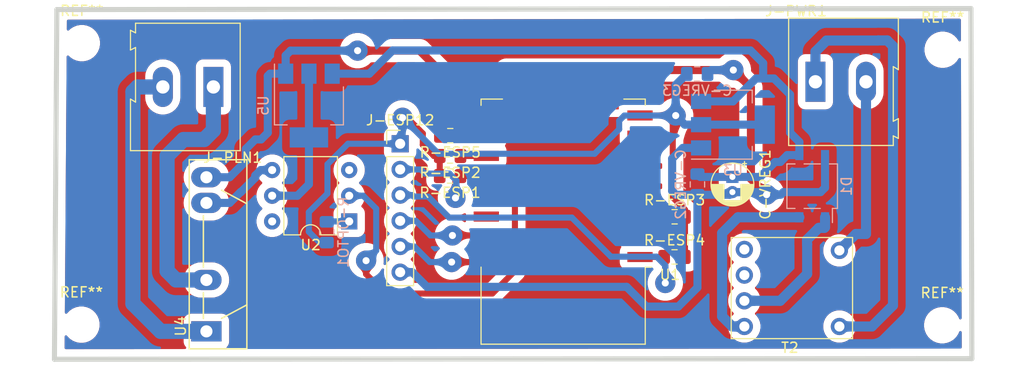
<source format=kicad_pcb>
(kicad_pcb (version 20171130) (host pcbnew 5.1.5)
  (layers (0 F.Cu signal) (31 B.Cu signal) (34 B.Paste user) (35 F.Paste user) (36 B.SilkS user) (37 F.SilkS user) (38 B.Mask user) (39 F.Mask user) (44 Edge.Cuts user))
  (net 0 "")
  (net 1 GND)
  (net 2 VDD)
  (net 3 /P0)
  (net 4 /RST)
  (net 5 /RXD)
  (net 6 /TXD)
  (net 7 "Net-(J-PLN1-Pad1)")
  (net 8 "Net-(J-PLN1-Pad2)")
  (net 9 "Net-(J-PWR1-Pad2)")
  (net 10 "Net-(J-PWR1-Pad1)")
  (net 11 /P2)
  (net 12 /EN)
  (net 13 /P15)
  (net 14 "Net-(R-OPTO1-Pad2)")
  (net 15 "Net-(U1-Pad2)")
  (net 16 "Net-(U1-Pad4)")
  (net 17 "Net-(U1-Pad5)")
  (net 18 "Net-(U1-Pad6)")
  (net 19 "Net-(U1-Pad7)")
  (net 20 "Net-(U1-Pad9)")
  (net 21 "Net-(U1-Pad10)")
  (net 22 "Net-(U1-Pad11)")
  (net 23 "Net-(U1-Pad12)")
  (net 24 "Net-(U1-Pad13)")
  (net 25 "Net-(U1-Pad14)")
  (net 26 /P_RELAY)
  (net 27 "Net-(U1-Pad20)")
  (net 28 "Net-(U2-Pad4)")
  (net 29 VCC)
  (net 30 "Net-(U2-Pad3)")
  (net 31 "Net-(U2-Pad6)")
  (net 32 "Net-(C-VREG1-Pad1)")
  (net 33 "Net-(D1-Pad1)")
  (net 34 "Net-(D1-Pad2)")
  (net 35 "Net-(T2-Pad5)")
  (net 36 "Net-(T2-Pad6)")
  (module MountingHole:MountingHole_2.1mm (layer F.Cu) (at 54.87 44.73)
    (fp_text reference REF** (at 0 -3.2) (layer F.SilkS))
    (fp_text value MountingHole_2.1mm)
    (pad "" np_thru_hole circle (at 0 0) (size 2.1 2.1) (drill 2.1) (layers *.Cu *.Mask))
  )
  (module MountingHole:MountingHole_2.1mm (layer F.Cu) (at 54.83 72.57)
    (fp_text reference REF** (at 0 -3.2) (layer F.SilkS))
    (fp_text value MountingHole_2.1mm)
    (pad "" np_thru_hole circle (at 0 0) (size 2.1 2.1) (drill 2.1) (layers *.Cu *.Mask))
  )
  (module MountingHole:MountingHole_2.1mm (layer F.Cu) (at 139.96 72.63)
    (fp_text reference REF** (at 0 -3.2) (layer F.SilkS))
    (fp_text value MountingHole_2.1mm)
    (pad "" np_thru_hole circle (at 0 0) (size 2.1 2.1) (drill 2.1) (layers *.Cu *.Mask))
  )
  (module MountingHole:MountingHole_2.1mm (layer F.Cu) (at 140 45.38)
    (fp_text reference REF** (at 0 -3.2) (layer F.SilkS))
    (fp_text value MountingHole_2.1mm)
    (pad "" np_thru_hole circle (at 0 0) (size 2.1 2.1) (drill 2.1) (layers *.Cu *.Mask))
  )
  (module Capacitor_THT:CP_Radial_D4.0mm_P1.50mm (layer F.Cu) (at 119.21 57.96 270)
    (fp_text reference C-VREG1 (at 0.75 -3.25 90) (layer F.SilkS))
    (fp_text value CP)
    (pad 1 thru_hole rect (at 0 0 270) (size 1.2 1.2) (drill 0.6) (layers *.Cu *.Mask) (net 32 "Net-(C-VREG1-Pad1)"))
    (pad 2 thru_hole circle (at 1.5 0 270) (size 1.2 1.2) (drill 0.6) (layers *.Cu *.Mask) (net 1 GND))
  )
  (module Capacitor_SMD:C_0805_2012Metric_Pad1.15x1.40mm_HandSolder (layer B.Cu) (at 115.75 58.7 270)
    (fp_text reference C-VREG2 (at 0 1.65 90) (layer B.SilkS) (effects (justify mirror)))
    (fp_text value C)
    (pad 2 smd roundrect (at 1.025 0 270) (size 1.15 1.4) (layers B.Cu B.Paste B.Mask) (roundrect_rratio 0.217391) (net 1 GND))
    (pad 1 smd roundrect (at -1.025 0 270) (size 1.15 1.4) (layers B.Cu B.Paste B.Mask) (roundrect_rratio 0.217391) (net 32 "Net-(C-VREG1-Pad1)"))
  )
  (module Capacitor_SMD:C_0805_2012Metric_Pad1.15x1.40mm_HandSolder (layer B.Cu) (at 115.725 47.77)
    (fp_text reference C-VREG3 (at 0 1.65) (layer B.SilkS) (effects (justify mirror)))
    (fp_text value C)
    (pad 1 smd roundrect (at -1.025 0) (size 1.15 1.4) (layers B.Cu B.Paste B.Mask) (roundrect_rratio 0.217391) (net 2 VDD))
    (pad 2 smd roundrect (at 1.025 0) (size 1.15 1.4) (layers B.Cu B.Paste B.Mask) (roundrect_rratio 0.217391) (net 1 GND))
  )
  (module Package_TO_SOT_SMD:TO-269AA (layer B.Cu) (at 127.1 58.875 90)
    (fp_text reference D1 (at 0 3.4 270) (layer B.SilkS) (effects (justify mirror)))
    (fp_text value MB6S)
    (pad 1 smd rect (at -3.075 1.27 90) (size 1 0.8) (layers B.Cu B.Paste B.Mask) (net 33 "Net-(D1-Pad1)"))
    (pad 2 smd rect (at -3.075 -1.27 90) (size 1 0.8) (layers B.Cu B.Paste B.Mask) (net 34 "Net-(D1-Pad2)"))
    (pad 3 smd rect (at 3.075 -1.27 90) (size 1 0.8) (layers B.Cu B.Paste B.Mask) (net 32 "Net-(C-VREG1-Pad1)"))
    (pad 4 smd rect (at 3.075 1.27 90) (size 1 0.8) (layers B.Cu B.Paste B.Mask) (net 1 GND))
  )
  (module Connector_PinHeader_2.54mm:PinHeader_1x06_P2.54mm_Vertical (layer F.Cu) (at 86.35 54.68)
    (fp_text reference J-ESP12 (at 0 -2.33) (layer F.SilkS))
    (fp_text value Conn_01x06_Male)
    (pad 1 thru_hole rect (at 0 0) (size 1.7 1.7) (drill 1) (layers *.Cu *.Mask) (net 2 VDD))
    (pad 2 thru_hole oval (at 0 2.54) (size 1.7 1.7) (drill 1) (layers *.Cu *.Mask) (net 3 /P0))
    (pad 3 thru_hole oval (at 0 5.08) (size 1.7 1.7) (drill 1) (layers *.Cu *.Mask) (net 4 /RST))
    (pad 4 thru_hole oval (at 0 7.62) (size 1.7 1.7) (drill 1) (layers *.Cu *.Mask) (net 5 /RXD))
    (pad 5 thru_hole oval (at 0 10.16) (size 1.7 1.7) (drill 1) (layers *.Cu *.Mask) (net 6 /TXD))
    (pad 6 thru_hole oval (at 0 12.7) (size 1.7 1.7) (drill 1) (layers *.Cu *.Mask) (net 1 GND))
  )
  (module TerminalBlock:TerminalBlock_Altech_AK300-2_P5.00mm (layer F.Cu) (at 67.88 49.06 180)
    (fp_text reference J-PLN1 (at -1.92 -6.99) (layer F.SilkS))
    (fp_text value Conn_01x02_Male)
    (pad 2 thru_hole oval (at 5 0 180) (size 1.98 3.96) (drill 1.32) (layers *.Cu *.Mask) (net 8 "Net-(J-PLN1-Pad2)"))
    (pad 1 thru_hole rect (at 0 0 180) (size 1.98 3.96) (drill 1.32) (layers *.Cu *.Mask) (net 7 "Net-(J-PLN1-Pad1)"))
  )
  (module TerminalBlock:TerminalBlock_Altech_AK300-2_P5.00mm (layer F.Cu) (at 127.42 48.55)
    (fp_text reference J-PWR1 (at -1.92 -6.99) (layer F.SilkS))
    (fp_text value Conn_01x02_Male)
    (pad 1 thru_hole rect (at 0 0) (size 1.98 3.96) (drill 1.32) (layers *.Cu *.Mask) (net 10 "Net-(J-PWR1-Pad1)"))
    (pad 2 thru_hole oval (at 5 0) (size 1.98 3.96) (drill 1.32) (layers *.Cu *.Mask) (net 9 "Net-(J-PWR1-Pad2)"))
  )
  (module Resistor_SMD:R_0805_2012Metric_Pad1.15x1.40mm_HandSolder (layer F.Cu) (at 91.285 57.87 180)
    (fp_text reference R-ESP1 (at 0 -1.65) (layer F.SilkS))
    (fp_text value 10K)
    (pad 2 smd roundrect (at 1.025 0 180) (size 1.15 1.4) (layers F.Cu F.Paste F.Mask) (roundrect_rratio 0.217391) (net 2 VDD))
    (pad 1 smd roundrect (at -1.025 0 180) (size 1.15 1.4) (layers F.Cu F.Paste F.Mask) (roundrect_rratio 0.217391) (net 3 /P0))
  )
  (module Resistor_SMD:R_0805_2012Metric_Pad1.15x1.40mm_HandSolder (layer F.Cu) (at 91.29 55.89 180)
    (fp_text reference R-ESP2 (at 0 -1.65) (layer F.SilkS))
    (fp_text value 10K)
    (pad 2 smd roundrect (at 1.025 0 180) (size 1.15 1.4) (layers F.Cu F.Paste F.Mask) (roundrect_rratio 0.217391) (net 2 VDD))
    (pad 1 smd roundrect (at -1.025 0 180) (size 1.15 1.4) (layers F.Cu F.Paste F.Mask) (roundrect_rratio 0.217391) (net 11 /P2))
  )
  (module Resistor_SMD:R_0805_2012Metric_Pad1.15x1.40mm_HandSolder (layer F.Cu) (at 113.495 61.9)
    (fp_text reference R-ESP3 (at 0 -1.65) (layer F.SilkS))
    (fp_text value 10K)
    (pad 1 smd roundrect (at -1.025 0) (size 1.15 1.4) (layers F.Cu F.Paste F.Mask) (roundrect_rratio 0.217391) (net 12 /EN))
    (pad 2 smd roundrect (at 1.025 0) (size 1.15 1.4) (layers F.Cu F.Paste F.Mask) (roundrect_rratio 0.217391) (net 2 VDD))
  )
  (module Resistor_SMD:R_0805_2012Metric_Pad1.15x1.40mm_HandSolder (layer F.Cu) (at 113.485 65.87)
    (fp_text reference R-ESP4 (at 0 -1.65) (layer F.SilkS))
    (fp_text value 10K)
    (pad 2 smd roundrect (at 1.025 0) (size 1.15 1.4) (layers F.Cu F.Paste F.Mask) (roundrect_rratio 0.217391) (net 2 VDD))
    (pad 1 smd roundrect (at -1.025 0) (size 1.15 1.4) (layers F.Cu F.Paste F.Mask) (roundrect_rratio 0.217391) (net 4 /RST))
  )
  (module Resistor_SMD:R_0805_2012Metric_Pad1.15x1.40mm_HandSolder (layer F.Cu) (at 91.305 53.88 180)
    (fp_text reference R-ESP5 (at 0 -1.65) (layer F.SilkS))
    (fp_text value 10K)
    (pad 1 smd roundrect (at -1.025 0 180) (size 1.15 1.4) (layers F.Cu F.Paste F.Mask) (roundrect_rratio 0.217391) (net 13 /P15))
    (pad 2 smd roundrect (at 1.025 0 180) (size 1.15 1.4) (layers F.Cu F.Paste F.Mask) (roundrect_rratio 0.217391) (net 1 GND))
  )
  (module Resistor_SMD:R_0805_2012Metric_Pad1.15x1.40mm_HandSolder (layer B.Cu) (at 79.09 63.425 90)
    (fp_text reference R-OPTO1 (at 0 1.65 90) (layer B.SilkS) (effects (justify mirror)))
    (fp_text value 330)
    (pad 1 smd roundrect (at -1.025 0 90) (size 1.15 1.4) (layers B.Cu B.Paste B.Mask) (roundrect_rratio 0.217391) (net 2 VDD))
    (pad 2 smd roundrect (at 1.025 0 90) (size 1.15 1.4) (layers B.Cu B.Paste B.Mask) (roundrect_rratio 0.217391) (net 14 "Net-(R-OPTO1-Pad2)"))
  )
  (module trafokecil:charger_transformator_a (layer F.Cu) (at 124.89 72.05 180)
    (fp_text reference T2 (at 0 -2.8) (layer F.SilkS))
    (fp_text value Transformer_1P_2S)
    (pad 5 thru_hole oval (at 4.5 4.38 180) (size 1.7 1.7) (drill 1) (layers *.Cu *.Mask) (net 35 "Net-(T2-Pad5)"))
    (pad 4 thru_hole oval (at 4.5 1.84 180) (size 1.7 1.7) (drill 1) (layers *.Cu *.Mask) (net 33 "Net-(D1-Pad1)"))
    (pad 6 thru_hole oval (at 4.5 6.92 180) (size 1.7 1.7) (drill 1) (layers *.Cu *.Mask) (net 36 "Net-(T2-Pad6)"))
    (pad 3 thru_hole circle (at 4.5 -0.7 180) (size 1.7 1.7) (drill 1) (layers *.Cu *.Mask) (net 34 "Net-(D1-Pad2)"))
    (pad 1 thru_hole circle (at -4.9 -0.7 180) (size 1.7 1.7) (drill 1) (layers *.Cu *.Mask) (net 10 "Net-(J-PWR1-Pad1)"))
    (pad 2 thru_hole oval (at -4.9 6.82 180) (size 1.7 1.7) (drill 1) (layers *.Cu *.Mask) (net 9 "Net-(J-PWR1-Pad2)"))
  )
  (module RF_Module:ESP-12E (layer F.Cu) (at 102.47 62.38 180)
    (fp_text reference U1 (at -10.56 -5.26) (layer F.SilkS))
    (fp_text value ESP-12F)
    (pad 1 smd rect (at -7.6 -3.5 180) (size 2.5 1) (layers F.Cu F.Paste F.Mask) (net 4 /RST))
    (pad 2 smd rect (at -7.6 -1.5 180) (size 2.5 1) (layers F.Cu F.Paste F.Mask) (net 15 "Net-(U1-Pad2)"))
    (pad 3 smd rect (at -7.6 0.5 180) (size 2.5 1) (layers F.Cu F.Paste F.Mask) (net 12 /EN))
    (pad 4 smd rect (at -7.6 2.5 180) (size 2.5 1) (layers F.Cu F.Paste F.Mask) (net 16 "Net-(U1-Pad4)"))
    (pad 5 smd rect (at -7.6 4.5 180) (size 2.5 1) (layers F.Cu F.Paste F.Mask) (net 17 "Net-(U1-Pad5)"))
    (pad 6 smd rect (at -7.6 6.5 180) (size 2.5 1) (layers F.Cu F.Paste F.Mask) (net 18 "Net-(U1-Pad6)"))
    (pad 7 smd rect (at -7.6 8.5 180) (size 2.5 1) (layers F.Cu F.Paste F.Mask) (net 19 "Net-(U1-Pad7)"))
    (pad 8 smd rect (at -7.6 10.5 180) (size 2.5 1) (layers F.Cu F.Paste F.Mask) (net 2 VDD))
    (pad 9 smd rect (at -5 12 180) (size 1 1.8) (layers F.Cu F.Paste F.Mask) (net 20 "Net-(U1-Pad9)"))
    (pad 10 smd rect (at -3 12 180) (size 1 1.8) (layers F.Cu F.Paste F.Mask) (net 21 "Net-(U1-Pad10)"))
    (pad 11 smd rect (at -1 12 180) (size 1 1.8) (layers F.Cu F.Paste F.Mask) (net 22 "Net-(U1-Pad11)"))
    (pad 12 smd rect (at 1 12 180) (size 1 1.8) (layers F.Cu F.Paste F.Mask) (net 23 "Net-(U1-Pad12)"))
    (pad 13 smd rect (at 3 12 180) (size 1 1.8) (layers F.Cu F.Paste F.Mask) (net 24 "Net-(U1-Pad13)"))
    (pad 14 smd rect (at 5 12 180) (size 1 1.8) (layers F.Cu F.Paste F.Mask) (net 25 "Net-(U1-Pad14)"))
    (pad 15 smd rect (at 7.6 10.5 180) (size 2.5 1) (layers F.Cu F.Paste F.Mask) (net 1 GND))
    (pad 16 smd rect (at 7.6 8.5 180) (size 2.5 1) (layers F.Cu F.Paste F.Mask) (net 13 /P15))
    (pad 17 smd rect (at 7.6 6.5 180) (size 2.5 1) (layers F.Cu F.Paste F.Mask) (net 11 /P2))
    (pad 18 smd rect (at 7.6 4.5 180) (size 2.5 1) (layers F.Cu F.Paste F.Mask) (net 3 /P0))
    (pad 19 smd rect (at 7.6 2.5 180) (size 2.5 1) (layers F.Cu F.Paste F.Mask) (net 26 /P_RELAY))
    (pad 20 smd rect (at 7.6 0.5 180) (size 2.5 1) (layers F.Cu F.Paste F.Mask) (net 27 "Net-(U1-Pad20)"))
    (pad 21 smd rect (at 7.6 -1.5 180) (size 2.5 1) (layers F.Cu F.Paste F.Mask) (net 5 /RXD))
    (pad 22 smd rect (at 7.6 -3.5 180) (size 2.5 1) (layers F.Cu F.Paste F.Mask) (net 6 /TXD))
  )
  (module Package_DIP:DIP-6_W7.62mm (layer F.Cu) (at 81.31 62.36 180)
    (fp_text reference U2 (at 3.81 -2.33) (layer F.SilkS))
    (fp_text value 4N35)
    (pad 1 thru_hole rect (at 0 0 180) (size 1.6 1.6) (drill 0.8) (layers *.Cu *.Mask) (net 14 "Net-(R-OPTO1-Pad2)"))
    (pad 4 thru_hole oval (at 7.62 5.08 180) (size 1.6 1.6) (drill 0.8) (layers *.Cu *.Mask) (net 28 "Net-(U2-Pad4)"))
    (pad 2 thru_hole oval (at 0 2.54 180) (size 1.6 1.6) (drill 0.8) (layers *.Cu *.Mask) (net 26 /P_RELAY))
    (pad 5 thru_hole oval (at 7.62 2.54 180) (size 1.6 1.6) (drill 0.8) (layers *.Cu *.Mask) (net 29 VCC))
    (pad 3 thru_hole oval (at 0 5.08 180) (size 1.6 1.6) (drill 0.8) (layers *.Cu *.Mask) (net 30 "Net-(U2-Pad3)"))
    (pad 6 thru_hole oval (at 7.62 0 180) (size 1.6 1.6) (drill 0.8) (layers *.Cu *.Mask) (net 31 "Net-(U2-Pad6)"))
  )
  (module Package_TO_SOT_SMD:SOT-223-3_TabPin2 (layer B.Cu) (at 119.26 52.79)
    (fp_text reference U3 (at 0 4.5) (layer B.SilkS) (effects (justify mirror)))
    (fp_text value AMS1117-3.3)
    (pad 2 smd rect (at 3.15 0) (size 2 3.8) (layers B.Cu B.Paste B.Mask) (net 2 VDD))
    (pad 2 smd rect (at -3.15 0) (size 2 1.5) (layers B.Cu B.Paste B.Mask) (net 2 VDD))
    (pad 3 smd rect (at -3.15 -2.3) (size 2 1.5) (layers B.Cu B.Paste B.Mask) (net 32 "Net-(C-VREG1-Pad1)"))
    (pad 1 smd rect (at -3.15 2.3) (size 2 1.5) (layers B.Cu B.Paste B.Mask) (net 1 GND))
  )
  (module Package_SIP:SIP4_Sharp-SSR_P7.62mm_Straight (layer F.Cu) (at 67.19 73.23 90)
    (fp_text reference U4 (at 0.508 -2.54 90) (layer F.SilkS))
    (fp_text value S216S01)
    (pad 1 thru_hole rect (at 0 0 90) (size 2 3) (drill 1.2) (layers *.Cu *.Mask) (net 8 "Net-(J-PLN1-Pad2)"))
    (pad 2 thru_hole oval (at 5.08 0 90) (size 2 3) (drill 1.2) (layers *.Cu *.Mask) (net 7 "Net-(J-PLN1-Pad1)"))
    (pad 3 thru_hole oval (at 12.7 0 90) (size 2 3) (drill 1.2) (layers *.Cu *.Mask) (net 28 "Net-(U2-Pad4)"))
    (pad 4 thru_hole oval (at 15.24 0 90) (size 2 3) (drill 1.2) (layers *.Cu *.Mask) (net 1 GND))
  )
  (module Package_TO_SOT_SMD:SOT-223-3_TabPin2 (layer B.Cu) (at 77.33 50.9 270)
    (fp_text reference U5 (at 0 4.5 270) (layer B.SilkS) (effects (justify mirror)))
    (fp_text value AMS1117-5.0)
    (pad 1 smd rect (at -3.15 2.3 270) (size 2 1.5) (layers B.Cu B.Paste B.Mask) (net 1 GND))
    (pad 3 smd rect (at -3.15 -2.3 270) (size 2 1.5) (layers B.Cu B.Paste B.Mask) (net 32 "Net-(C-VREG1-Pad1)"))
    (pad 2 smd rect (at -3.15 0 270) (size 2 1.5) (layers B.Cu B.Paste B.Mask) (net 29 VCC))
    (pad 2 smd rect (at 3.15 0 270) (size 2 3.8) (layers B.Cu B.Paste B.Mask) (net 29 VCC))
  )
  (gr_line (start 52.16 75.99) (end 52.4 41.41) (layer Edge.Cuts) (width 0.5))
  (gr_line (start 142.89 75.93) (end 52.16 75.99) (layer Edge.Cuts) (width 0.5))
  (gr_line (start 142.8 41.31) (end 142.89 75.93) (layer Edge.Cuts) (width 0.5))
  (gr_line (start 52.4 41.41) (end 142.8 41.31) (layer Edge.Cuts) (width 0.5))
  (segment (start 91.58 51.88) (end 94.87 51.88) (width 0.6) (layer F.Cu) (net 1))
  (segment (start 90.28 53.88) (end 90.28 53.18) (width 0.6) (layer F.Cu) (net 1))
  (segment (start 90.28 53.18) (end 91.58 51.88) (width 0.6) (layer F.Cu) (net 1))
  (segment (start 118.945 59.725) (end 119.21 59.46) (width 0.8) (layer B.Cu) (net 1))
  (segment (start 115.75 59.725) (end 118.945 59.725) (width 0.8) (layer B.Cu) (net 1))
  (segment (start 128.37 59.02) (end 128.37 55.8) (width 0.8) (layer B.Cu) (net 1))
  (segment (start 127.93 59.46) (end 128.37 59.02) (width 0.8) (layer B.Cu) (net 1))
  (segment (start 119.21 59.46) (end 122.34 59.46) (width 0.8) (layer B.Cu) (net 1))
  (via (at 122.59 59.71) (size 2) (drill 0.7) (layers F.Cu B.Cu) (net 1))
  (segment (start 122.34 59.46) (end 122.59 59.71) (width 0.8) (layer B.Cu) (net 1))
  (segment (start 122.59 59.71) (end 121.04 58.16) (width 0.8) (layer F.Cu) (net 1))
  (segment (start 121.04 58.16) (end 121.04 49.33) (width 0.8) (layer F.Cu) (net 1))
  (segment (start 124.254213 59.46) (end 127.93 59.46) (width 0.8) (layer B.Cu) (net 1))
  (segment (start 124.004213 59.71) (end 124.254213 59.46) (width 0.8) (layer B.Cu) (net 1))
  (segment (start 122.59 59.71) (end 124.004213 59.71) (width 0.8) (layer B.Cu) (net 1))
  (segment (start 114.31 55.09) (end 113.25 56.15) (width 0.8) (layer B.Cu) (net 1))
  (segment (start 116.11 55.09) (end 114.31 55.09) (width 0.8) (layer B.Cu) (net 1))
  (segment (start 113.25 56.15) (end 113.25 59.35) (width 0.8) (layer B.Cu) (net 1))
  (segment (start 113.625 59.725) (end 115.75 59.725) (width 0.8) (layer B.Cu) (net 1))
  (segment (start 113.25 59.35) (end 113.625 59.725) (width 0.8) (layer B.Cu) (net 1))
  (via (at 119.3 47.39) (size 2) (drill 0.7) (layers F.Cu B.Cu) (net 1))
  (segment (start 121.04 49.33) (end 121.04 49.13) (width 0.8) (layer F.Cu) (net 1))
  (segment (start 121.04 49.13) (end 119.3 47.39) (width 0.8) (layer F.Cu) (net 1))
  (segment (start 117.13 47.39) (end 116.75 47.77) (width 0.8) (layer B.Cu) (net 1))
  (segment (start 119.3 47.39) (end 117.13 47.39) (width 0.8) (layer B.Cu) (net 1))
  (segment (start 119.3 47.39) (end 96.88 47.39) (width 0.8) (layer F.Cu) (net 1))
  (segment (start 94.87 49.4) (end 94.87 51.88) (width 0.8) (layer F.Cu) (net 1))
  (segment (start 96.88 47.39) (end 94.87 49.4) (width 0.8) (layer F.Cu) (net 1))
  (segment (start 87.552081 67.38) (end 89.002081 68.83) (width 0.8) (layer B.Cu) (net 1))
  (segment (start 86.35 67.38) (end 87.552081 67.38) (width 0.8) (layer B.Cu) (net 1))
  (segment (start 89.002081 68.83) (end 108.75 68.83) (width 0.8) (layer B.Cu) (net 1))
  (segment (start 108.75 68.83) (end 110.7 70.78) (width 0.8) (layer B.Cu) (net 1))
  (segment (start 110.7 70.78) (end 113.86 70.78) (width 0.8) (layer B.Cu) (net 1))
  (segment (start 115.75 68.89) (end 115.75 59.725) (width 0.8) (layer B.Cu) (net 1))
  (segment (start 113.86 70.78) (end 115.75 68.89) (width 0.8) (layer B.Cu) (net 1))
  (via (at 82.14 45.47) (size 2) (drill 0.7) (layers F.Cu B.Cu) (net 1))
  (segment (start 75.51 45.47) (end 82.14 45.47) (width 0.8) (layer B.Cu) (net 1))
  (segment (start 75.03 47.75) (end 75.03 45.95) (width 0.8) (layer B.Cu) (net 1))
  (segment (start 75.03 45.95) (end 75.51 45.47) (width 0.8) (layer B.Cu) (net 1))
  (segment (start 82.14 45.47) (end 88.28 45.47) (width 0.8) (layer F.Cu) (net 1))
  (segment (start 90.28 47.47) (end 90.28 53.88) (width 0.8) (layer F.Cu) (net 1))
  (segment (start 88.28 45.47) (end 90.28 47.47) (width 0.8) (layer F.Cu) (net 1))
  (segment (start 73.48 47.75) (end 75.03 47.75) (width 0.8) (layer B.Cu) (net 1))
  (segment (start 73.26 47.97) (end 73.48 47.75) (width 0.8) (layer B.Cu) (net 1))
  (segment (start 73.26 53.59) (end 73.26 47.97) (width 0.8) (layer B.Cu) (net 1))
  (segment (start 72.6 54.25) (end 73.26 53.59) (width 0.8) (layer B.Cu) (net 1))
  (segment (start 72.03 54.25) (end 72.6 54.25) (width 0.8) (layer B.Cu) (net 1))
  (segment (start 69.49 57.99) (end 71.09 56.39) (width 0.8) (layer B.Cu) (net 1))
  (segment (start 71.09 56.39) (end 71.09 55.19) (width 0.8) (layer B.Cu) (net 1))
  (segment (start 67.19 57.99) (end 69.49 57.99) (width 0.8) (layer B.Cu) (net 1))
  (segment (start 71.09 55.19) (end 72.03 54.25) (width 0.8) (layer B.Cu) (net 1))
  (segment (start 90.265 57.865) (end 90.26 57.87) (width 0.6) (layer F.Cu) (net 2))
  (segment (start 90.265 55.89) (end 90.265 57.865) (width 0.6) (layer F.Cu) (net 2))
  (segment (start 114.52 65.86) (end 114.51 65.87) (width 0.6) (layer F.Cu) (net 2))
  (segment (start 114.52 61.9) (end 114.52 65.86) (width 0.6) (layer F.Cu) (net 2))
  (segment (start 89.69 55.89) (end 88.59 54.79) (width 0.6) (layer F.Cu) (net 2))
  (segment (start 90.265 55.89) (end 89.69 55.89) (width 0.6) (layer F.Cu) (net 2))
  (segment (start 88.59 54.79) (end 88.59 53.66) (width 0.6) (layer F.Cu) (net 2))
  (via (at 86.59 52.11) (size 2) (drill 0.7) (layers F.Cu B.Cu) (net 2))
  (segment (start 88.59 53.66) (end 87.04 52.11) (width 0.6) (layer F.Cu) (net 2))
  (segment (start 87.04 52.11) (end 86.59 52.11) (width 0.6) (layer F.Cu) (net 2))
  (segment (start 86.59 54.44) (end 86.35 54.68) (width 0.6) (layer B.Cu) (net 2))
  (segment (start 86.59 52.11) (end 86.59 54.44) (width 0.6) (layer B.Cu) (net 2))
  (segment (start 114.52 61.2) (end 113.31 59.99) (width 0.6) (layer F.Cu) (net 2))
  (segment (start 114.52 61.9) (end 114.52 61.2) (width 0.6) (layer F.Cu) (net 2))
  (segment (start 113.31 59.99) (end 113.31 52.56) (width 0.6) (layer F.Cu) (net 2))
  (segment (start 86.59 52.11) (end 90.15 55.67) (width 0.6) (layer B.Cu) (net 2))
  (segment (start 90.15 55.67) (end 105.58 55.67) (width 0.6) (layer B.Cu) (net 2))
  (segment (start 105.58 55.67) (end 108.01 53.24) (width 0.6) (layer B.Cu) (net 2))
  (segment (start 108.01 53.24) (end 108.01 52.4) (width 0.6) (layer B.Cu) (net 2))
  (via (at 113.6 51.89) (size 2) (drill 0.7) (layers F.Cu B.Cu) (net 2))
  (segment (start 108.01 52.4) (end 108.52 51.89) (width 0.6) (layer B.Cu) (net 2))
  (segment (start 108.52 51.89) (end 113.6 51.89) (width 0.6) (layer B.Cu) (net 2))
  (segment (start 113.59 51.88) (end 113.6 51.89) (width 0.6) (layer F.Cu) (net 2))
  (segment (start 110.07 51.88) (end 113.59 51.88) (width 0.6) (layer F.Cu) (net 2))
  (segment (start 116.11 52.79) (end 122.41 52.79) (width 0.8) (layer B.Cu) (net 2))
  (segment (start 114.5 52.79) (end 113.6 51.89) (width 0.8) (layer B.Cu) (net 2))
  (segment (start 116.11 52.79) (end 114.5 52.79) (width 0.8) (layer B.Cu) (net 2))
  (segment (start 113.6 48.87) (end 113.6 51.89) (width 0.8) (layer B.Cu) (net 2))
  (segment (start 114.7 47.77) (end 113.6 48.87) (width 0.8) (layer B.Cu) (net 2))
  (segment (start 78.39 64.45) (end 77.32 63.38) (width 0.6) (layer B.Cu) (net 2))
  (segment (start 79.09 64.45) (end 78.39 64.45) (width 0.6) (layer B.Cu) (net 2))
  (segment (start 77.32 63.38) (end 77.32 61.44) (width 0.6) (layer B.Cu) (net 2))
  (segment (start 77.32 61.44) (end 79.16 59.6) (width 0.6) (layer B.Cu) (net 2))
  (segment (start 79.16 59.6) (end 79.16 56.71) (width 0.6) (layer B.Cu) (net 2))
  (segment (start 81.19 54.68) (end 86.35 54.68) (width 0.6) (layer B.Cu) (net 2))
  (segment (start 79.16 56.71) (end 81.19 54.68) (width 0.6) (layer B.Cu) (net 2))
  (segment (start 88.802081 57.63) (end 91.23 57.63) (width 0.6) (layer B.Cu) (net 3))
  (segment (start 91.23 57.63) (end 91.92 58.32) (width 0.6) (layer B.Cu) (net 3))
  (via (at 91.82 60.03) (size 2) (drill 0.7) (layers F.Cu B.Cu) (net 3))
  (segment (start 91.92 58.32) (end 91.92 59.93) (width 0.6) (layer B.Cu) (net 3))
  (segment (start 91.92 59.93) (end 91.82 60.03) (width 0.6) (layer B.Cu) (net 3))
  (segment (start 91.82 58.36) (end 92.31 57.87) (width 0.6) (layer F.Cu) (net 3))
  (segment (start 91.82 60.03) (end 91.82 58.36) (width 0.6) (layer F.Cu) (net 3))
  (segment (start 94.86 57.87) (end 94.87 57.88) (width 0.6) (layer F.Cu) (net 3))
  (segment (start 92.31 57.87) (end 94.86 57.87) (width 0.6) (layer F.Cu) (net 3))
  (segment (start 88.392081 57.22) (end 86.35 57.22) (width 0.6) (layer B.Cu) (net 3))
  (segment (start 88.802081 57.63) (end 88.392081 57.22) (width 0.6) (layer B.Cu) (net 3))
  (segment (start 110.08 65.87) (end 110.07 65.88) (width 0.6) (layer F.Cu) (net 4))
  (segment (start 112.46 65.87) (end 110.08 65.87) (width 0.6) (layer F.Cu) (net 4))
  (segment (start 87.552081 59.76) (end 87.692081 59.9) (width 0.6) (layer B.Cu) (net 4))
  (segment (start 86.35 59.76) (end 87.552081 59.76) (width 0.6) (layer B.Cu) (net 4))
  (segment (start 87.692081 59.9) (end 89.12 59.9) (width 0.6) (layer B.Cu) (net 4))
  (segment (start 89.12 59.9) (end 91.2 61.98) (width 0.6) (layer B.Cu) (net 4))
  (segment (start 91.2 61.98) (end 103.33 61.98) (width 0.6) (layer B.Cu) (net 4))
  (segment (start 103.33 61.98) (end 107.2 65.85) (width 0.6) (layer B.Cu) (net 4))
  (segment (start 107.2 65.85) (end 111.71 65.85) (width 0.6) (layer B.Cu) (net 4))
  (via (at 112.57 68.45) (size 2) (drill 0.7) (layers F.Cu B.Cu) (net 4))
  (segment (start 111.71 65.85) (end 112.57 66.71) (width 0.6) (layer B.Cu) (net 4))
  (segment (start 112.57 66.71) (end 112.57 68.45) (width 0.6) (layer B.Cu) (net 4))
  (segment (start 112.57 65.98) (end 112.46 65.87) (width 0.6) (layer F.Cu) (net 4))
  (segment (start 112.57 68.45) (end 112.57 65.98) (width 0.6) (layer F.Cu) (net 4))
  (via (at 91.52 63.75) (size 2) (drill 0.7) (layers F.Cu B.Cu) (net 5))
  (segment (start 94.74 63.75) (end 94.87 63.88) (width 0.6) (layer F.Cu) (net 5))
  (segment (start 91.52 63.75) (end 94.74 63.75) (width 0.6) (layer F.Cu) (net 5))
  (segment (start 86.35 62.3) (end 87.9 62.3) (width 0.6) (layer B.Cu) (net 5))
  (segment (start 89.35 63.75) (end 91.52 63.75) (width 0.6) (layer B.Cu) (net 5))
  (segment (start 87.9 62.3) (end 89.35 63.75) (width 0.6) (layer B.Cu) (net 5))
  (via (at 91.44 66.38) (size 2) (drill 0.7) (layers F.Cu B.Cu) (net 6))
  (segment (start 94.37 66.38) (end 94.87 65.88) (width 0.6) (layer F.Cu) (net 6))
  (segment (start 91.44 66.38) (end 94.37 66.38) (width 0.6) (layer F.Cu) (net 6))
  (segment (start 86.35 64.84) (end 87.75 64.84) (width 0.6) (layer B.Cu) (net 6))
  (segment (start 89.29 66.38) (end 91.44 66.38) (width 0.6) (layer B.Cu) (net 6))
  (segment (start 87.75 64.84) (end 89.29 66.38) (width 0.6) (layer B.Cu) (net 6))
  (segment (start 64.19 68.15) (end 67.19 68.15) (width 1.5) (layer B.Cu) (net 7))
  (segment (start 63.3 67.26) (end 64.19 68.15) (width 1.5) (layer B.Cu) (net 7))
  (segment (start 67.88 53.34) (end 66.96 54.26) (width 1.5) (layer B.Cu) (net 7))
  (segment (start 67.88 49.06) (end 67.88 53.34) (width 1.5) (layer B.Cu) (net 7))
  (segment (start 66.96 54.26) (end 64.92 54.26) (width 1.5) (layer B.Cu) (net 7))
  (segment (start 64.92 54.26) (end 63.3 55.88) (width 1.5) (layer B.Cu) (net 7))
  (segment (start 63.3 55.88) (end 63.3 67.26) (width 1.5) (layer B.Cu) (net 7))
  (segment (start 59.92 70.49) (end 62.66 73.23) (width 1.5) (layer B.Cu) (net 8))
  (segment (start 62.66 73.23) (end 67.19 73.23) (width 1.5) (layer B.Cu) (net 8))
  (segment (start 59.92 49.53) (end 59.92 70.49) (width 1.5) (layer B.Cu) (net 8))
  (segment (start 60.39 49.06) (end 59.92 49.53) (width 1.5) (layer B.Cu) (net 8))
  (segment (start 62.88 49.06) (end 60.39 49.06) (width 1.5) (layer B.Cu) (net 8))
  (segment (start 132.42 48.55) (end 132.42 63.6) (width 1) (layer B.Cu) (net 9))
  (segment (start 131.42 63.6) (end 129.79 65.23) (width 1) (layer B.Cu) (net 9))
  (segment (start 132.42 63.6) (end 131.42 63.6) (width 1) (layer B.Cu) (net 9))
  (segment (start 127.42 45.57) (end 127.42 48.55) (width 1) (layer B.Cu) (net 10))
  (segment (start 128.52 44.47) (end 127.42 45.57) (width 1) (layer B.Cu) (net 10))
  (segment (start 133.61 44.47) (end 128.52 44.47) (width 1) (layer B.Cu) (net 10))
  (segment (start 133.62 44.46) (end 133.61 44.47) (width 1) (layer B.Cu) (net 10))
  (segment (start 134.52 44.46) (end 133.62 44.46) (width 1) (layer B.Cu) (net 10))
  (segment (start 133 72.75) (end 135.09 70.66) (width 1) (layer B.Cu) (net 10))
  (segment (start 129.79 72.75) (end 133 72.75) (width 1) (layer B.Cu) (net 10))
  (segment (start 135.09 70.66) (end 135.09 45.03) (width 1) (layer B.Cu) (net 10))
  (segment (start 135.09 45.03) (end 134.52 44.46) (width 1) (layer B.Cu) (net 10))
  (segment (start 94.86 55.89) (end 94.87 55.88) (width 0.6) (layer F.Cu) (net 11))
  (segment (start 92.315 55.89) (end 94.86 55.89) (width 0.6) (layer F.Cu) (net 11))
  (segment (start 110.09 61.9) (end 110.07 61.88) (width 0.6) (layer F.Cu) (net 12))
  (segment (start 112.47 61.9) (end 110.09 61.9) (width 0.6) (layer F.Cu) (net 12))
  (segment (start 94.87 53.88) (end 92.33 53.88) (width 0.6) (layer F.Cu) (net 13))
  (segment (start 79.13 62.36) (end 79.09 62.4) (width 0.6) (layer B.Cu) (net 14))
  (segment (start 81.31 62.36) (end 79.13 62.36) (width 0.6) (layer B.Cu) (net 14))
  (segment (start 94.87 59.88) (end 96.76 59.88) (width 0.6) (layer F.Cu) (net 26))
  (segment (start 96.76 59.88) (end 97.7 60.82) (width 0.6) (layer F.Cu) (net 26))
  (segment (start 97.7 60.82) (end 97.7 67.26) (width 0.6) (layer F.Cu) (net 26))
  (segment (start 97.7 67.26) (end 95.47 69.49) (width 0.6) (layer F.Cu) (net 26))
  (segment (start 95.47 69.49) (end 84.9 69.49) (width 0.6) (layer F.Cu) (net 26))
  (via (at 82.98 66.24) (size 2) (drill 0.7) (layers F.Cu B.Cu) (net 26))
  (segment (start 84.9 69.49) (end 82.98 67.57) (width 0.6) (layer F.Cu) (net 26))
  (segment (start 82.98 67.57) (end 82.98 66.24) (width 0.6) (layer F.Cu) (net 26))
  (segment (start 83.979999 65.240001) (end 83.979999 61.099999) (width 0.6) (layer B.Cu) (net 26))
  (segment (start 82.98 66.24) (end 83.979999 65.240001) (width 0.6) (layer B.Cu) (net 26))
  (segment (start 82.7 59.82) (end 81.31 59.82) (width 0.6) (layer B.Cu) (net 26))
  (segment (start 83.979999 61.099999) (end 82.7 59.82) (width 0.6) (layer B.Cu) (net 26))
  (segment (start 69.49 60.53) (end 70.57 59.45) (width 0.8) (layer B.Cu) (net 28))
  (segment (start 67.19 60.53) (end 69.49 60.53) (width 0.8) (layer B.Cu) (net 28))
  (segment (start 70.57 59.45) (end 70.61 59.45) (width 0.8) (layer B.Cu) (net 28))
  (segment (start 70.61 59.45) (end 72.02 58.04) (width 0.8) (layer B.Cu) (net 28))
  (segment (start 72.55863 57.28) (end 73.69 57.28) (width 0.8) (layer B.Cu) (net 28))
  (segment (start 72.02 57.81863) (end 72.55863 57.28) (width 0.8) (layer B.Cu) (net 28))
  (segment (start 72.02 58.04) (end 72.02 57.81863) (width 0.8) (layer B.Cu) (net 28))
  (segment (start 77.33 47.75) (end 77.33 54.05) (width 0.8) (layer B.Cu) (net 29))
  (segment (start 73.69 59.82) (end 76.19 59.82) (width 0.8) (layer B.Cu) (net 29))
  (segment (start 77.33 58.68) (end 77.33 54.05) (width 0.8) (layer B.Cu) (net 29))
  (segment (start 76.19 59.82) (end 77.33 58.68) (width 0.8) (layer B.Cu) (net 29))
  (segment (start 124.63 55.8) (end 125.83 55.8) (width 0.8) (layer B.Cu) (net 32))
  (segment (start 123.95 56.48) (end 124.63 55.8) (width 0.8) (layer B.Cu) (net 32))
  (segment (start 116.035 57.96) (end 115.75 57.675) (width 0.8) (layer B.Cu) (net 32))
  (segment (start 119.21 57.96) (end 116.035 57.96) (width 0.8) (layer B.Cu) (net 32))
  (segment (start 123.95 56.48) (end 123.43 56.48) (width 0.8) (layer B.Cu) (net 32))
  (segment (start 123.43 56.48) (end 122.95 56.96) (width 0.8) (layer B.Cu) (net 32))
  (segment (start 121.95 57.96) (end 122.95 56.96) (width 0.8) (layer B.Cu) (net 32))
  (segment (start 119.21 57.96) (end 121.95 57.96) (width 0.8) (layer B.Cu) (net 32))
  (segment (start 125.83 54.5) (end 124.91 53.58) (width 0.8) (layer B.Cu) (net 32))
  (segment (start 125.83 55.8) (end 125.83 54.5) (width 0.8) (layer B.Cu) (net 32))
  (segment (start 124.91 53.58) (end 124.91 49.81) (width 0.8) (layer B.Cu) (net 32))
  (segment (start 124.91 49.81) (end 123.32 48.22) (width 0.8) (layer B.Cu) (net 32))
  (segment (start 119.27 50.49) (end 116.11 50.49) (width 0.8) (layer B.Cu) (net 32))
  (segment (start 121.54 48.22) (end 119.27 50.49) (width 0.8) (layer B.Cu) (net 32))
  (segment (start 122.25 48.22) (end 122.25 46.71) (width 0.8) (layer B.Cu) (net 32))
  (segment (start 122.25 48.22) (end 121.54 48.22) (width 0.8) (layer B.Cu) (net 32))
  (segment (start 123.32 48.22) (end 122.25 48.22) (width 0.8) (layer B.Cu) (net 32))
  (segment (start 122.25 46.71) (end 120.99 45.45) (width 0.8) (layer B.Cu) (net 32))
  (segment (start 120.99 45.45) (end 85.6 45.45) (width 0.8) (layer B.Cu) (net 32))
  (segment (start 83.3 47.75) (end 79.63 47.75) (width 0.8) (layer B.Cu) (net 32))
  (segment (start 85.6 45.45) (end 83.3 47.75) (width 0.8) (layer B.Cu) (net 32))
  (segment (start 120.39 70.21) (end 123.94 70.21) (width 1) (layer B.Cu) (net 33))
  (segment (start 123.94 70.21) (end 126.6 67.55) (width 1) (layer B.Cu) (net 33))
  (segment (start 126.6 67.55) (end 126.6 64.62) (width 1) (layer B.Cu) (net 33))
  (segment (start 126.6 64.62) (end 126.59 64.61) (width 1) (layer B.Cu) (net 33))
  (segment (start 126.59 64.61) (end 126.59 64.16) (width 1) (layer B.Cu) (net 33))
  (segment (start 126.59 64.16) (end 127.75 63) (width 1) (layer B.Cu) (net 33))
  (segment (start 127.75 63) (end 128.3 63) (width 1) (layer B.Cu) (net 33))
  (segment (start 128.37 62.93) (end 128.37 61.95) (width 1) (layer B.Cu) (net 33))
  (segment (start 128.3 63) (end 128.37 62.93) (width 1) (layer B.Cu) (net 33))
  (segment (start 119.76 61.95) (end 125.83 61.95) (width 1) (layer B.Cu) (net 34))
  (segment (start 118.19 63.52) (end 119.76 61.95) (width 1) (layer B.Cu) (net 34))
  (segment (start 118.19 71.752081) (end 118.19 63.52) (width 1) (layer B.Cu) (net 34))
  (segment (start 120.39 72.75) (end 119.187919 72.75) (width 1) (layer B.Cu) (net 34))
  (segment (start 119.187919 72.75) (end 118.19 71.752081) (width 1) (layer B.Cu) (net 34))
  (zone (net 0) (net_name "") (layer F.Cu) (connect_pads (clearance 0.75)) (min_thickness 0.254) (fill yes (arc_segments 32) (thermal_gap 0.508) (thermal_bridge_width 0.508))
    (polygon (pts (xy 142.82 75.79) (xy 52.13 75.85) (xy 52.4 41.43) (xy 142.69 41.37)))
  )
  (zone (net 0) (net_name "") (layer B.Cu) (connect_pads (clearance 0.75)) (min_thickness 0.254) (fill yes (arc_segments 32) (thermal_gap 0.508) (thermal_bridge_width 0.508))
    (polygon (pts (xy 142.73 41.33) (xy 142.92 75.87) (xy 52.15 75.88) (xy 52.36 41.46)))
  )
  (zone (net 1) (net_name GND) (layer B.Cu) (priority 16962) (connect_pads yes (clearance 0.2)) (min_thickness 0.0254) (fill yes (arc_segments 32) (thermal_gap 0.508) (thermal_bridge_width 0.508))
    (polygon (pts (xy 118.165001 60.124999) (xy 118.204153 60.107649) (xy 118.242023 60.090932) (xy 118.278609 60.074849) (xy 118.313913 60.059399) (xy 118.347934 60.044582) (xy 118.380672 60.030399) (xy 118.412127 60.016849) (xy 118.4423 60.003932) (xy 118.471189 59.991649) (xy 118.498795 59.979999) (xy 118.525119 59.968982) (xy 118.55016 59.958599) (xy 118.573917 59.948849) (xy 118.596392 59.939732) (xy 118.617584 59.931249) (xy 118.637493 59.923399) (xy 118.656119 59.916182) (xy 118.673462 59.909599) (xy 118.689523 59.903649) (xy 118.7043 59.898332) (xy 118.717795 59.893649) (xy 118.730006 59.889599) (xy 118.740935 59.886182) (xy 118.750581 59.883399) (xy 118.758944 59.881249) (xy 118.766024 59.879733) (xy 118.771821 59.878849) (xy 118.776335 59.878599) (xy 118.779566 59.878983) (xy 118.781515 59.88) (xy 119.51 59.46) (xy 118.781515 59.04) (xy 118.779566 59.041605) (xy 118.776335 59.043755) (xy 118.771821 59.04645) (xy 118.766024 59.049689) (xy 118.758944 59.053472) (xy 118.750581 59.0578) (xy 118.740935 59.062672) (xy 118.730006 59.068089) (xy 118.717795 59.07405) (xy 118.7043 59.080556) (xy 118.689523 59.087606) (xy 118.673462 59.0952) (xy 118.656119 59.103339) (xy 118.637493 59.112022) (xy 118.617584 59.12125) (xy 118.596392 59.131023) (xy 118.573917 59.141339) (xy 118.55016 59.1522) (xy 118.525119 59.163606) (xy 118.498795 59.175556) (xy 118.471189 59.18805) (xy 118.4423 59.201089) (xy 118.412127 59.214673) (xy 118.380672 59.2288) (xy 118.347934 59.243473) (xy 118.313913 59.258689) (xy 118.278609 59.27445) (xy 118.242023 59.290756) (xy 118.204153 59.307606) (xy 118.165001 59.325001)))
  )
  (zone (net 1) (net_name GND) (layer B.Cu) (priority 16962) (connect_pads yes (clearance 0.2)) (min_thickness 0.0254) (fill yes (arc_segments 32) (thermal_gap 0.508) (thermal_bridge_width 0.508))
    (polygon (pts (xy 120.89148 59.86) (xy 120.93706 59.876722) (xy 120.981761 59.893555) (xy 121.025581 59.9105) (xy 121.06852 59.927555) (xy 121.110579 59.944722) (xy 121.151757 59.962) (xy 121.192054 59.979388) (xy 121.231471 59.996888) (xy 121.270008 60.0145) (xy 121.307663 60.032222) (xy 121.344438 60.050055) (xy 121.380333 60.068) (xy 121.415347 60.086055) (xy 121.449481 60.104222) (xy 121.482734 60.1225) (xy 121.515106 60.140888) (xy 121.546598 60.159388) (xy 121.577209 60.178) (xy 121.606939 60.196722) (xy 121.635789 60.215555) (xy 121.663759 60.2345) (xy 121.690848 60.253555) (xy 121.717056 60.272722) (xy 121.742384 60.292) (xy 121.766831 60.311388) (xy 121.790397 60.330888) (xy 121.813083 60.3505) (xy 121.834888 60.370222) (xy 121.855813 60.390055) (xy 121.875858 60.41) (xy 123.09 59.71) (xy 121.875858 59.01) (xy 121.855813 59.029388) (xy 121.834888 59.047555) (xy 121.813083 59.0645) (xy 121.790397 59.080222) (xy 121.766831 59.094722) (xy 121.742384 59.108) (xy 121.717056 59.120055) (xy 121.690848 59.130888) (xy 121.663759 59.1405) (xy 121.635789 59.148888) (xy 121.606939 59.156055) (xy 121.577209 59.162) (xy 121.546598 59.166722) (xy 121.515106 59.170222) (xy 121.482734 59.1725) (xy 121.449481 59.173555) (xy 121.415347 59.173388) (xy 121.380333 59.172) (xy 121.344438 59.169388) (xy 121.307663 59.165555) (xy 121.270008 59.1605) (xy 121.231471 59.154222) (xy 121.192054 59.146722) (xy 121.151757 59.138) (xy 121.110579 59.128055) (xy 121.06852 59.116888) (xy 121.025581 59.1045) (xy 120.981761 59.090888) (xy 120.93706 59.076055) (xy 120.89148 59.06)))
  )
  (zone (net 1) (net_name GND) (layer B.Cu) (priority 16962) (connect_pads yes (clearance 0.2)) (min_thickness 0.0254) (fill yes (arc_segments 32) (thermal_gap 0.508) (thermal_bridge_width 0.508))
    (polygon (pts (xy 119.989999 59.060001) (xy 119.968218 59.059978) (xy 119.947132 59.059912) (xy 119.92674 59.0598) (xy 119.907041 59.059645) (xy 119.888037 59.059445) (xy 119.869727 59.0592) (xy 119.85211 59.058912) (xy 119.835188 59.058578) (xy 119.81896 59.0582) (xy 119.803426 59.057778) (xy 119.788586 59.057311) (xy 119.774439 59.0568) (xy 119.760987 59.056245) (xy 119.748229 59.055645) (xy 119.736165 59.055) (xy 119.724795 59.054311) (xy 119.714119 59.053578) (xy 119.704137 59.0528) (xy 119.694849 59.051978) (xy 119.686255 59.051111) (xy 119.678354 59.0502) (xy 119.671148 59.049244) (xy 119.664636 59.048244) (xy 119.658818 59.0472) (xy 119.653694 59.046111) (xy 119.649264 59.044978) (xy 119.645528 59.0438) (xy 119.642486 59.042577) (xy 119.640138 59.041311) (xy 119.638485 59.04) (xy 118.91 59.46) (xy 119.638485 59.88) (xy 119.640138 59.878688) (xy 119.642486 59.877422) (xy 119.645528 59.876199) (xy 119.649264 59.875021) (xy 119.653694 59.873888) (xy 119.658818 59.872799) (xy 119.664636 59.871755) (xy 119.671148 59.870755) (xy 119.678354 59.869799) (xy 119.686255 59.868888) (xy 119.694849 59.868021) (xy 119.704137 59.867199) (xy 119.714119 59.866421) (xy 119.724795 59.865688) (xy 119.736165 59.864999) (xy 119.748229 59.864354) (xy 119.760987 59.863754) (xy 119.774439 59.863199) (xy 119.788586 59.862688) (xy 119.803426 59.862221) (xy 119.81896 59.861799) (xy 119.835188 59.861421) (xy 119.85211 59.861087) (xy 119.869727 59.860799) (xy 119.888037 59.860554) (xy 119.907041 59.860354) (xy 119.92674 59.860199) (xy 119.947132 59.860087) (xy 119.968218 59.860021) (xy 119.989999 59.859999)))
  )
  (zone (net 1) (net_name GND) (layer F.Cu) (priority 16962) (connect_pads yes (clearance 0.2)) (min_thickness 0.0254) (fill yes (arc_segments 32) (thermal_gap 0.508) (thermal_bridge_width 0.508))
    (polygon (pts (xy 121.282899 58.968585) (xy 121.303305 58.989462) (xy 121.32301 59.010581) (xy 121.342014 59.031942) (xy 121.360316 59.053544) (xy 121.377917 59.075388) (xy 121.394818 59.097474) (xy 121.411016 59.119801) (xy 121.426514 59.142369) (xy 121.44131 59.16518) (xy 121.455406 59.188232) (xy 121.4688 59.211525) (xy 121.481492 59.23506) (xy 121.493484 59.258836) (xy 121.504774 59.282855) (xy 121.515363 59.307114) (xy 121.525251 59.331616) (xy 121.534437 59.356358) (xy 121.542923 59.381343) (xy 121.550707 59.406569) (xy 121.55779 59.432037) (xy 121.564171 59.457746) (xy 121.569852 59.483696) (xy 121.574831 59.509889) (xy 121.579109 59.536323) (xy 121.582685 59.562998) (xy 121.585561 59.589915) (xy 121.587735 59.617074) (xy 121.589208 59.644474) (xy 121.58998 59.672116) (xy 121.590051 59.7) (xy 122.943553 60.063553) (xy 122.58 58.710051) (xy 122.552116 58.70998) (xy 122.524474 58.709208) (xy 122.497074 58.707735) (xy 122.469915 58.705561) (xy 122.442998 58.702685) (xy 122.416323 58.699109) (xy 122.389889 58.694831) (xy 122.363696 58.689852) (xy 122.337746 58.684171) (xy 122.312037 58.67779) (xy 122.286569 58.670707) (xy 122.261343 58.662923) (xy 122.236358 58.654437) (xy 122.211616 58.645251) (xy 122.187114 58.635363) (xy 122.162855 58.624774) (xy 122.138836 58.613484) (xy 122.11506 58.601492) (xy 122.091525 58.5888) (xy 122.068232 58.575406) (xy 122.04518 58.56131) (xy 122.022369 58.546514) (xy 121.999801 58.531016) (xy 121.977474 58.514818) (xy 121.955388 58.497917) (xy 121.933544 58.480316) (xy 121.911942 58.462014) (xy 121.890581 58.44301) (xy 121.869462 58.423305) (xy 121.848585 58.402899)))
  )
  (zone (net 1) (net_name GND) (layer B.Cu) (priority 16962) (connect_pads yes (clearance 0.2)) (min_thickness 0.0254) (fill yes (arc_segments 32) (thermal_gap 0.508) (thermal_bridge_width 0.508))
    (polygon (pts (xy 124.004213 59.31) (xy 123.977269 59.309666) (xy 123.950575 59.308666) (xy 123.92413 59.307) (xy 123.897933 59.304666) (xy 123.871985 59.301666) (xy 123.846286 59.298) (xy 123.820835 59.293666) (xy 123.795634 59.288666) (xy 123.770681 59.283) (xy 123.745977 59.276666) (xy 123.721522 59.269666) (xy 123.697315 59.262) (xy 123.673358 59.253666) (xy 123.649649 59.244666) (xy 123.626189 59.235) (xy 123.602977 59.224666) (xy 123.580015 59.213666) (xy 123.557301 59.202) (xy 123.534836 59.189666) (xy 123.51262 59.176666) (xy 123.490653 59.163) (xy 123.468934 59.148666) (xy 123.447464 59.133666) (xy 123.426243 59.118) (xy 123.405271 59.101666) (xy 123.384548 59.084666) (xy 123.364073 59.067) (xy 123.343847 59.048666) (xy 123.32387 59.029666) (xy 123.304142 59.01) (xy 122.09 59.71) (xy 123.304142 60.41) (xy 123.32387 60.390333) (xy 123.343847 60.371333) (xy 123.364073 60.353) (xy 123.384548 60.335333) (xy 123.405271 60.318333) (xy 123.426243 60.302) (xy 123.447464 60.286333) (xy 123.468934 60.271333) (xy 123.490653 60.257) (xy 123.51262 60.243333) (xy 123.534836 60.230333) (xy 123.557301 60.218) (xy 123.580015 60.206333) (xy 123.602977 60.195333) (xy 123.626189 60.185) (xy 123.649649 60.175333) (xy 123.673358 60.166333) (xy 123.697315 60.158) (xy 123.721522 60.150333) (xy 123.745977 60.143333) (xy 123.770681 60.137) (xy 123.795634 60.131333) (xy 123.820835 60.126333) (xy 123.846286 60.122) (xy 123.871985 60.118333) (xy 123.897933 60.115333) (xy 123.92413 60.113) (xy 123.950575 60.111333) (xy 123.977269 60.110333) (xy 124.004213 60.11)))
  )
  (zone (net 1) (net_name GND) (layer F.Cu) (priority 16962) (connect_pads yes (clearance 0.2)) (min_thickness 0.0254) (fill yes (arc_segments 32) (thermal_gap 0.508) (thermal_bridge_width 0.508))
    (polygon (pts (xy 120.607101 48.131415) (xy 120.586694 48.110537) (xy 120.566989 48.089418) (xy 120.547985 48.068057) (xy 120.529683 48.046455) (xy 120.512082 48.024611) (xy 120.495181 48.002525) (xy 120.478983 47.980198) (xy 120.463485 47.95763) (xy 120.448689 47.934819) (xy 120.434593 47.911768) (xy 120.421199 47.888474) (xy 120.408507 47.864939) (xy 120.396515 47.841163) (xy 120.385225 47.817144) (xy 120.374636 47.792885) (xy 120.364748 47.768383) (xy 120.355562 47.743641) (xy 120.347076 47.718656) (xy 120.339292 47.69343) (xy 120.332209 47.667963) (xy 120.325828 47.642253) (xy 120.320147 47.616303) (xy 120.315168 47.59011) (xy 120.31089 47.563676) (xy 120.307314 47.537001) (xy 120.304438 47.510084) (xy 120.302264 47.482925) (xy 120.300791 47.455525) (xy 120.300019 47.427883) (xy 120.299949 47.4) (xy 118.946447 47.036447) (xy 119.31 48.389949) (xy 119.337883 48.390019) (xy 119.365525 48.390791) (xy 119.392925 48.392264) (xy 119.420084 48.394438) (xy 119.447001 48.397314) (xy 119.473676 48.40089) (xy 119.50011 48.405168) (xy 119.526303 48.410147) (xy 119.552253 48.415828) (xy 119.577963 48.422209) (xy 119.60343 48.429292) (xy 119.628656 48.437076) (xy 119.653641 48.445562) (xy 119.678383 48.454748) (xy 119.702885 48.464636) (xy 119.727144 48.475225) (xy 119.751163 48.486515) (xy 119.774939 48.498507) (xy 119.798474 48.511199) (xy 119.821768 48.524593) (xy 119.844819 48.538689) (xy 119.86763 48.553485) (xy 119.890198 48.568983) (xy 119.912525 48.585181) (xy 119.934611 48.602082) (xy 119.956455 48.619683) (xy 119.978057 48.637985) (xy 119.999418 48.656989) (xy 120.020537 48.676694) (xy 120.041415 48.697101)))
  )
  (zone (net 1) (net_name GND) (layer B.Cu) (priority 16962) (connect_pads yes (clearance 0.2)) (min_thickness 0.0254) (fill yes (arc_segments 32) (thermal_gap 0.508) (thermal_bridge_width 0.508))
    (polygon (pts (xy 117.85148 47.79) (xy 117.880672 47.790333) (xy 117.909539 47.791333) (xy 117.938081 47.793) (xy 117.966298 47.795333) (xy 117.99419 47.798333) (xy 118.021757 47.802) (xy 118.048999 47.806333) (xy 118.075916 47.811333) (xy 118.102508 47.817) (xy 118.128774 47.823333) (xy 118.154716 47.830333) (xy 118.180333 47.838) (xy 118.205625 47.846333) (xy 118.230592 47.855333) (xy 118.255234 47.865) (xy 118.27955 47.875333) (xy 118.303542 47.886333) (xy 118.327209 47.898) (xy 118.35055 47.910333) (xy 118.373567 47.923333) (xy 118.396259 47.937) (xy 118.418625 47.951333) (xy 118.440667 47.966333) (xy 118.462384 47.982) (xy 118.483775 47.998333) (xy 118.504842 48.015333) (xy 118.525583 48.033) (xy 118.546 48.051333) (xy 118.566091 48.070333) (xy 118.585858 48.09) (xy 119.8 47.39) (xy 118.585858 46.69) (xy 118.566091 46.709666) (xy 118.546 46.728666) (xy 118.525583 46.747) (xy 118.504842 46.764666) (xy 118.483775 46.781666) (xy 118.462384 46.798) (xy 118.440667 46.813666) (xy 118.418625 46.828666) (xy 118.396259 46.843) (xy 118.373567 46.856666) (xy 118.35055 46.869666) (xy 118.327209 46.882) (xy 118.303542 46.893666) (xy 118.27955 46.904666) (xy 118.255234 46.915) (xy 118.230592 46.924666) (xy 118.205625 46.933666) (xy 118.180333 46.942) (xy 118.154716 46.949666) (xy 118.128774 46.956666) (xy 118.102508 46.963) (xy 118.075916 46.968666) (xy 118.048999 46.973666) (xy 118.021757 46.978) (xy 117.99419 46.981666) (xy 117.966298 46.984666) (xy 117.938081 46.987) (xy 117.909539 46.988666) (xy 117.880672 46.989666) (xy 117.85148 46.99)))
  )
  (zone (net 1) (net_name GND) (layer F.Cu) (priority 16962) (connect_pads yes (clearance 0.2)) (min_thickness 0.0254) (fill yes (arc_segments 32) (thermal_gap 0.508) (thermal_bridge_width 0.508))
    (polygon (pts (xy 117.85148 47.79) (xy 117.880672 47.790333) (xy 117.909539 47.791333) (xy 117.938081 47.793) (xy 117.966298 47.795333) (xy 117.99419 47.798333) (xy 118.021757 47.802) (xy 118.048999 47.806333) (xy 118.075916 47.811333) (xy 118.102508 47.817) (xy 118.128774 47.823333) (xy 118.154716 47.830333) (xy 118.180333 47.838) (xy 118.205625 47.846333) (xy 118.230592 47.855333) (xy 118.255234 47.865) (xy 118.27955 47.875333) (xy 118.303542 47.886333) (xy 118.327209 47.898) (xy 118.35055 47.910333) (xy 118.373567 47.923333) (xy 118.396259 47.937) (xy 118.418625 47.951333) (xy 118.440667 47.966333) (xy 118.462384 47.982) (xy 118.483775 47.998333) (xy 118.504842 48.015333) (xy 118.525583 48.033) (xy 118.546 48.051333) (xy 118.566091 48.070333) (xy 118.585858 48.09) (xy 119.8 47.39) (xy 118.585858 46.69) (xy 118.566091 46.709666) (xy 118.546 46.728666) (xy 118.525583 46.747) (xy 118.504842 46.764666) (xy 118.483775 46.781666) (xy 118.462384 46.798) (xy 118.440667 46.813666) (xy 118.418625 46.828666) (xy 118.396259 46.843) (xy 118.373567 46.856666) (xy 118.35055 46.869666) (xy 118.327209 46.882) (xy 118.303542 46.893666) (xy 118.27955 46.904666) (xy 118.255234 46.915) (xy 118.230592 46.924666) (xy 118.205625 46.933666) (xy 118.180333 46.942) (xy 118.154716 46.949666) (xy 118.128774 46.956666) (xy 118.102508 46.963) (xy 118.075916 46.968666) (xy 118.048999 46.973666) (xy 118.021757 46.978) (xy 117.99419 46.981666) (xy 117.966298 46.984666) (xy 117.938081 46.987) (xy 117.909539 46.988666) (xy 117.880672 46.989666) (xy 117.85148 46.99)))
  )
  (zone (net 1) (net_name GND) (layer B.Cu) (priority 16962) (connect_pads yes (clearance 0.2)) (min_thickness 0.0254) (fill yes (arc_segments 32) (thermal_gap 0.508) (thermal_bridge_width 0.508))
    (polygon (pts (xy 87.455 66.98) (xy 87.434672 66.979783) (xy 87.414602 66.979133) (xy 87.394788 66.97805) (xy 87.375232 66.976533) (xy 87.355933 66.974583) (xy 87.336891 66.9722) (xy 87.318106 66.969383) (xy 87.299579 66.966133) (xy 87.281308 66.96245) (xy 87.263295 66.958333) (xy 87.245538 66.953783) (xy 87.228039 66.9488) (xy 87.210797 66.943383) (xy 87.193812 66.937533) (xy 87.177084 66.93125) (xy 87.160614 66.924533) (xy 87.1444 66.917383) (xy 87.128443 66.9098) (xy 87.112744 66.901783) (xy 87.097302 66.893333) (xy 87.082117 66.88445) (xy 87.067189 66.875133) (xy 87.052518 66.865383) (xy 87.038104 66.8552) (xy 87.023947 66.844583) (xy 87.010048 66.833533) (xy 86.996405 66.82205) (xy 86.98302 66.810133) (xy 86.969892 66.797783) (xy 86.957021 66.785) (xy 85.925 67.38) (xy 86.957021 67.975) (xy 86.969892 67.962216) (xy 86.98302 67.949866) (xy 86.996405 67.93795) (xy 87.010048 67.926466) (xy 87.023947 67.915416) (xy 87.038104 67.9048) (xy 87.052518 67.894616) (xy 87.067189 67.884866) (xy 87.082117 67.87555) (xy 87.097302 67.866666) (xy 87.112744 67.858216) (xy 87.128443 67.8502) (xy 87.1444 67.842616) (xy 87.160614 67.835466) (xy 87.177084 67.82875) (xy 87.193812 67.822466) (xy 87.210797 67.816616) (xy 87.228039 67.8112) (xy 87.245538 67.806216) (xy 87.263295 67.801666) (xy 87.281308 67.79755) (xy 87.299579 67.793866) (xy 87.318106 67.790616) (xy 87.336891 67.7878) (xy 87.355933 67.785416) (xy 87.375232 67.783466) (xy 87.394788 67.78195) (xy 87.414602 67.780866) (xy 87.434672 67.780216) (xy 87.455 67.78)))
  )
  (zone (net 1) (net_name GND) (layer B.Cu) (priority 16962) (connect_pads yes (clearance 0.2)) (min_thickness 0.0254) (fill yes (arc_segments 32) (thermal_gap 0.508) (thermal_bridge_width 0.508))
    (polygon (pts (xy 80.69148 45.87) (xy 80.720672 45.870333) (xy 80.749539 45.871333) (xy 80.778081 45.873) (xy 80.806298 45.875333) (xy 80.83419 45.878333) (xy 80.861757 45.882) (xy 80.888999 45.886333) (xy 80.915916 45.891333) (xy 80.942508 45.897) (xy 80.968774 45.903333) (xy 80.994716 45.910333) (xy 81.020333 45.918) (xy 81.045625 45.926333) (xy 81.070592 45.935333) (xy 81.095234 45.945) (xy 81.11955 45.955333) (xy 81.143542 45.966333) (xy 81.167209 45.978) (xy 81.19055 45.990333) (xy 81.213567 46.003333) (xy 81.236259 46.017) (xy 81.258625 46.031333) (xy 81.280667 46.046333) (xy 81.302384 46.062) (xy 81.323775 46.078333) (xy 81.344842 46.095333) (xy 81.365583 46.113) (xy 81.386 46.131333) (xy 81.406091 46.150333) (xy 81.425858 46.17) (xy 82.64 45.47) (xy 81.425858 44.77) (xy 81.406091 44.789666) (xy 81.386 44.808666) (xy 81.365583 44.827) (xy 81.344842 44.844666) (xy 81.323775 44.861666) (xy 81.302384 44.878) (xy 81.280667 44.893666) (xy 81.258625 44.908666) (xy 81.236259 44.923) (xy 81.213567 44.936666) (xy 81.19055 44.949666) (xy 81.167209 44.962) (xy 81.143542 44.973666) (xy 81.11955 44.984666) (xy 81.095234 44.995) (xy 81.070592 45.004666) (xy 81.045625 45.013666) (xy 81.020333 45.022) (xy 80.994716 45.029666) (xy 80.968774 45.036666) (xy 80.942508 45.043) (xy 80.915916 45.048666) (xy 80.888999 45.053666) (xy 80.861757 45.058) (xy 80.83419 45.061666) (xy 80.806298 45.064666) (xy 80.778081 45.067) (xy 80.749539 45.068666) (xy 80.720672 45.069666) (xy 80.69148 45.07)))
  )
  (zone (net 1) (net_name GND) (layer F.Cu) (priority 16962) (connect_pads yes (clearance 0.2)) (min_thickness 0.0254) (fill yes (arc_segments 32) (thermal_gap 0.508) (thermal_bridge_width 0.508))
    (polygon (pts (xy 83.58852 45.07) (xy 83.559327 45.069666) (xy 83.53046 45.068666) (xy 83.501918 45.067) (xy 83.473701 45.064666) (xy 83.445809 45.061666) (xy 83.418242 45.058) (xy 83.391 45.053666) (xy 83.364083 45.048666) (xy 83.337492 45.043) (xy 83.311225 45.036666) (xy 83.285283 45.029666) (xy 83.259666 45.022) (xy 83.234374 45.013666) (xy 83.209407 45.004666) (xy 83.184766 44.995) (xy 83.160449 44.984666) (xy 83.136457 44.973666) (xy 83.11279 44.962) (xy 83.089449 44.949666) (xy 83.066432 44.936666) (xy 83.04374 44.923) (xy 83.021374 44.908666) (xy 82.999332 44.893666) (xy 82.977616 44.878) (xy 82.956224 44.861666) (xy 82.935157 44.844666) (xy 82.914416 44.827) (xy 82.893999 44.808666) (xy 82.873908 44.789666) (xy 82.854142 44.77) (xy 81.64 45.47) (xy 82.854142 46.17) (xy 82.873908 46.150333) (xy 82.893999 46.131333) (xy 82.914416 46.113) (xy 82.935157 46.095333) (xy 82.956224 46.078333) (xy 82.977616 46.062) (xy 82.999332 46.046333) (xy 83.021374 46.031333) (xy 83.04374 46.017) (xy 83.066432 46.003333) (xy 83.089449 45.990333) (xy 83.11279 45.978) (xy 83.136457 45.966333) (xy 83.160449 45.955333) (xy 83.184766 45.945) (xy 83.209407 45.935333) (xy 83.234374 45.926333) (xy 83.259666 45.918) (xy 83.285283 45.910333) (xy 83.311225 45.903333) (xy 83.337492 45.897) (xy 83.364083 45.891333) (xy 83.391 45.886333) (xy 83.418242 45.882) (xy 83.445809 45.878333) (xy 83.473701 45.875333) (xy 83.501918 45.873) (xy 83.53046 45.871333) (xy 83.559327 45.870333) (xy 83.58852 45.87)))
  )
  (zone (net 1) (net_name GND) (layer B.Cu) (priority 16962) (connect_pads yes (clearance 0.2)) (min_thickness 0.0254) (fill yes (arc_segments 32) (thermal_gap 0.508) (thermal_bridge_width 0.508))
    (polygon (pts (xy 68.63852 57.59) (xy 68.609327 57.589666) (xy 68.58046 57.588666) (xy 68.551918 57.587) (xy 68.523701 57.584666) (xy 68.495809 57.581666) (xy 68.468242 57.578) (xy 68.441 57.573666) (xy 68.414083 57.568666) (xy 68.387492 57.563) (xy 68.361225 57.556666) (xy 68.335283 57.549666) (xy 68.309666 57.542) (xy 68.284374 57.533666) (xy 68.259407 57.524666) (xy 68.234766 57.515) (xy 68.210449 57.504666) (xy 68.186457 57.493666) (xy 68.16279 57.482) (xy 68.139449 57.469666) (xy 68.116432 57.456666) (xy 68.09374 57.443) (xy 68.071374 57.428666) (xy 68.049332 57.413666) (xy 68.027616 57.398) (xy 68.006224 57.381666) (xy 67.985157 57.364666) (xy 67.964416 57.347) (xy 67.943999 57.328666) (xy 67.923908 57.309666) (xy 67.904142 57.29) (xy 66.69 57.99) (xy 67.904142 58.69) (xy 67.923908 58.670333) (xy 67.943999 58.651333) (xy 67.964416 58.633) (xy 67.985157 58.615333) (xy 68.006224 58.598333) (xy 68.027616 58.582) (xy 68.049332 58.566333) (xy 68.071374 58.551333) (xy 68.09374 58.537) (xy 68.116432 58.523333) (xy 68.139449 58.510333) (xy 68.16279 58.498) (xy 68.186457 58.486333) (xy 68.210449 58.475333) (xy 68.234766 58.465) (xy 68.259407 58.455333) (xy 68.284374 58.446333) (xy 68.309666 58.438) (xy 68.335283 58.430333) (xy 68.361225 58.423333) (xy 68.387492 58.417) (xy 68.414083 58.411333) (xy 68.441 58.406333) (xy 68.468242 58.402) (xy 68.495809 58.398333) (xy 68.523701 58.395333) (xy 68.551918 58.393) (xy 68.58046 58.391333) (xy 68.609327 58.390333) (xy 68.63852 58.39)))
  )
  (zone (net 2) (net_name VDD) (layer F.Cu) (priority 16962) (connect_pads yes (clearance 0.2)) (min_thickness 0.0254) (fill yes (arc_segments 32) (thermal_gap 0.508) (thermal_bridge_width 0.508))
    (polygon (pts (xy 88.4471 53.092835) (xy 88.390548 53.065154) (xy 88.335925 53.037146) (xy 88.283233 53.008811) (xy 88.23247 52.980148) (xy 88.183636 52.951158) (xy 88.136733 52.921841) (xy 88.091759 52.892196) (xy 88.048715 52.862224) (xy 88.0076 52.831924) (xy 87.968415 52.801297) (xy 87.93116 52.770342) (xy 87.895834 52.73906) (xy 87.862438 52.707451) (xy 87.830972 52.675514) (xy 87.801436 52.64325) (xy 87.773829 52.610659) (xy 87.748152 52.57774) (xy 87.724404 52.544493) (xy 87.702586 52.51092) (xy 87.682698 52.477019) (xy 87.66474 52.44279) (xy 87.648711 52.408234) (xy 87.634612 52.373351) (xy 87.622442 52.33814) (xy 87.612202 52.302602) (xy 87.603892 52.266736) (xy 87.597512 52.230543) (xy 87.593061 52.194023) (xy 87.59054 52.157175) (xy 87.589949 52.12) (xy 86.236447 51.756447) (xy 86.6 53.109949) (xy 86.637675 53.11004) (xy 86.676023 53.111061) (xy 86.715043 53.113012) (xy 86.754736 53.115892) (xy 86.795102 53.119702) (xy 86.83614 53.124442) (xy 86.877851 53.130112) (xy 86.920234 53.136711) (xy 86.96329 53.14424) (xy 87.007019 53.152698) (xy 87.05142 53.162086) (xy 87.096493 53.172404) (xy 87.14224 53.183652) (xy 87.188659 53.195829) (xy 87.23575 53.208936) (xy 87.283514 53.222972) (xy 87.331951 53.237938) (xy 87.38106 53.253834) (xy 87.430842 53.27066) (xy 87.481297 53.288415) (xy 87.532424 53.3071) (xy 87.584224 53.326715) (xy 87.636696 53.347259) (xy 87.689841 53.368733) (xy 87.743658 53.391136) (xy 87.798148 53.41447) (xy 87.853311 53.438733) (xy 87.909146 53.463925) (xy 87.965654 53.490048) (xy 88.022835 53.5171)))
  )
  (zone (net 2) (net_name VDD) (layer B.Cu) (priority 16962) (connect_pads yes (clearance 0.2)) (min_thickness 0.0254) (fill yes (arc_segments 32) (thermal_gap 0.508) (thermal_bridge_width 0.508))
    (polygon (pts (xy 86.89 53.79994) (xy 86.890444 53.761238) (xy 86.891777 53.722962) (xy 86.894 53.685112) (xy 86.897111 53.647688) (xy 86.901111 53.61069) (xy 86.906 53.574118) (xy 86.911777 53.537971) (xy 86.918444 53.50225) (xy 86.926 53.466956) (xy 86.934444 53.432087) (xy 86.943777 53.397644) (xy 86.954 53.363627) (xy 86.965111 53.330035) (xy 86.977111 53.29687) (xy 86.99 53.264131) (xy 87.003777 53.231817) (xy 87.018444 53.199929) (xy 87.034 53.168467) (xy 87.050444 53.137431) (xy 87.067777 53.106821) (xy 87.086 53.076637) (xy 87.105111 53.046878) (xy 87.125111 53.017545) (xy 87.146 52.988639) (xy 87.167777 52.960158) (xy 87.190444 52.932103) (xy 87.214 52.904474) (xy 87.238444 52.87727) (xy 87.263777 52.850493) (xy 87.29 52.824142) (xy 86.59 51.61) (xy 85.89 52.824142) (xy 85.916222 52.850493) (xy 85.941555 52.87727) (xy 85.966 52.904474) (xy 85.989555 52.932103) (xy 86.012222 52.960158) (xy 86.034 52.988639) (xy 86.054888 53.017545) (xy 86.074888 53.046878) (xy 86.094 53.076637) (xy 86.112222 53.106821) (xy 86.129555 53.137431) (xy 86.146 53.168467) (xy 86.161555 53.199929) (xy 86.176222 53.231817) (xy 86.19 53.264131) (xy 86.202888 53.29687) (xy 86.214888 53.330035) (xy 86.226 53.363627) (xy 86.236222 53.397644) (xy 86.245555 53.432087) (xy 86.254 53.466956) (xy 86.261555 53.50225) (xy 86.268222 53.537971) (xy 86.274 53.574118) (xy 86.278888 53.61069) (xy 86.282888 53.647688) (xy 86.286 53.685112) (xy 86.288222 53.722962) (xy 86.289555 53.761238) (xy 86.29 53.79994)))
  )
  (zone (net 2) (net_name VDD) (layer B.Cu) (priority 16962) (connect_pads yes (clearance 0.2)) (min_thickness 0.0254) (fill yes (arc_segments 32) (thermal_gap 0.508) (thermal_bridge_width 0.508))
    (polygon (pts (xy 86.290001 53.11219) (xy 86.273939 53.15654) (xy 86.257756 53.20004) (xy 86.24145 53.242691) (xy 86.225022 53.284492) (xy 86.208472 53.325442) (xy 86.1918 53.365543) (xy 86.175006 53.404794) (xy 86.158089 53.443195) (xy 86.14105 53.480746) (xy 86.123889 53.517447) (xy 86.106605 53.553298) (xy 86.0892 53.588299) (xy 86.071672 53.62245) (xy 86.054022 53.655751) (xy 86.03625 53.688202) (xy 86.018355 53.719804) (xy 86.000339 53.750555) (xy 85.9822 53.780456) (xy 85.963939 53.809508) (xy 85.945555 53.83771) (xy 85.92705 53.865061) (xy 85.908422 53.891563) (xy 85.889672 53.917215) (xy 85.8708 53.942016) (xy 85.851805 53.965968) (xy 85.832688 53.98907) (xy 85.81345 54.011322) (xy 85.794088 54.032724) (xy 85.774605 54.053276) (xy 85.755 54.072979) (xy 86.35 55.105) (xy 86.945 54.072979) (xy 86.925927 54.053276) (xy 86.908044 54.032724) (xy 86.891349 54.011322) (xy 86.875844 53.98907) (xy 86.861527 53.965968) (xy 86.848399 53.942016) (xy 86.836461 53.917215) (xy 86.825711 53.891563) (xy 86.816149 53.865061) (xy 86.807777 53.83771) (xy 86.800594 53.809508) (xy 86.794599 53.780456) (xy 86.789794 53.750555) (xy 86.786177 53.719804) (xy 86.783749 53.688202) (xy 86.78251 53.655751) (xy 86.78246 53.62245) (xy 86.783599 53.588299) (xy 86.785927 53.553298) (xy 86.789444 53.517447) (xy 86.794149 53.480746) (xy 86.800043 53.443195) (xy 86.807127 53.404794) (xy 86.815399 53.365543) (xy 86.82486 53.325442) (xy 86.83551 53.284492) (xy 86.847349 53.242691) (xy 86.860376 53.20004) (xy 86.874593 53.15654) (xy 86.889999 53.11219)))
  )
  (zone (net 2) (net_name VDD) (layer F.Cu) (priority 16962) (connect_pads yes (clearance 0.2)) (min_thickness 0.0254) (fill yes (arc_segments 32) (thermal_gap 0.508) (thermal_bridge_width 0.508))
    (polygon (pts (xy 113.61 54.24994) (xy 113.629455 54.167316) (xy 113.649155 54.086606) (xy 113.6691 54.007812) (xy 113.689288 53.930932) (xy 113.709722 53.855968) (xy 113.7304 53.782918) (xy 113.751322 53.711782) (xy 113.772488 53.642562) (xy 113.7939 53.575256) (xy 113.815555 53.509865) (xy 113.837455 53.446388) (xy 113.8596 53.384827) (xy 113.881988 53.32518) (xy 113.904622 53.267448) (xy 113.9275 53.211631) (xy 113.950622 53.157728) (xy 113.973988 53.10574) (xy 113.9976 53.055667) (xy 114.021455 53.007509) (xy 114.045555 52.961265) (xy 114.0699 52.916937) (xy 114.094488 52.874522) (xy 114.119322 52.834023) (xy 114.1444 52.795439) (xy 114.169722 52.758769) (xy 114.195288 52.724014) (xy 114.2211 52.691174) (xy 114.247155 52.660248) (xy 114.273455 52.631237) (xy 114.3 52.604142) (xy 113.6 51.39) (xy 112.9 52.604142) (xy 112.9259 52.631237) (xy 112.950266 52.660248) (xy 112.9731 52.691174) (xy 112.9944 52.724014) (xy 113.014166 52.758769) (xy 113.0324 52.795439) (xy 113.049099 52.834023) (xy 113.064266 52.874522) (xy 113.0779 52.916937) (xy 113.09 52.961265) (xy 113.100566 53.007509) (xy 113.1096 53.055667) (xy 113.1171 53.10574) (xy 113.123066 53.157728) (xy 113.1275 53.211631) (xy 113.1304 53.267448) (xy 113.131766 53.32518) (xy 113.1316 53.384827) (xy 113.1299 53.446388) (xy 113.126666 53.509865) (xy 113.1219 53.575256) (xy 113.1156 53.642562) (xy 113.107766 53.711782) (xy 113.0984 53.782918) (xy 113.0875 53.855968) (xy 113.075066 53.930932) (xy 113.0611 54.007812) (xy 113.0456 54.086606) (xy 113.028566 54.167316) (xy 113.01 54.24994)))
  )
  (zone (net 2) (net_name VDD) (layer B.Cu) (priority 16962) (connect_pads yes (clearance 0.2)) (min_thickness 0.0254) (fill yes (arc_segments 32) (thermal_gap 0.508) (thermal_bridge_width 0.508))
    (polygon (pts (xy 87.9971 53.092835) (xy 87.970048 53.065154) (xy 87.943925 53.037146) (xy 87.918733 53.008811) (xy 87.89447 52.980148) (xy 87.871136 52.951158) (xy 87.848733 52.921841) (xy 87.827259 52.892196) (xy 87.806715 52.862224) (xy 87.7871 52.831924) (xy 87.768415 52.801297) (xy 87.75066 52.770342) (xy 87.733834 52.73906) (xy 87.717938 52.707451) (xy 87.702972 52.675514) (xy 87.688936 52.64325) (xy 87.675829 52.610659) (xy 87.663652 52.57774) (xy 87.652404 52.544493) (xy 87.642086 52.51092) (xy 87.632698 52.477019) (xy 87.62424 52.44279) (xy 87.616711 52.408234) (xy 87.610112 52.373351) (xy 87.604442 52.33814) (xy 87.599702 52.302602) (xy 87.595892 52.266736) (xy 87.593012 52.230543) (xy 87.591061 52.194023) (xy 87.59004 52.157175) (xy 87.589949 52.12) (xy 86.236447 51.756447) (xy 86.6 53.109949) (xy 86.637175 53.11004) (xy 86.674023 53.111061) (xy 86.710543 53.113012) (xy 86.746736 53.115892) (xy 86.782602 53.119702) (xy 86.81814 53.124442) (xy 86.853351 53.130112) (xy 86.888234 53.136711) (xy 86.92279 53.14424) (xy 86.957019 53.152698) (xy 86.99092 53.162086) (xy 87.024493 53.172404) (xy 87.05774 53.183652) (xy 87.090659 53.195829) (xy 87.12325 53.208936) (xy 87.155514 53.222972) (xy 87.187451 53.237938) (xy 87.21906 53.253834) (xy 87.250342 53.27066) (xy 87.281297 53.288415) (xy 87.311924 53.3071) (xy 87.342224 53.326715) (xy 87.372196 53.347259) (xy 87.401841 53.368733) (xy 87.431158 53.391136) (xy 87.460148 53.41447) (xy 87.488811 53.438733) (xy 87.517146 53.463925) (xy 87.545154 53.490048) (xy 87.572835 53.5171)))
  )
  (zone (net 2) (net_name VDD) (layer B.Cu) (priority 16962) (connect_pads yes (clearance 0.2)) (min_thickness 0.0254) (fill yes (arc_segments 32) (thermal_gap 0.508) (thermal_bridge_width 0.508))
    (polygon (pts (xy 111.91006 52.19) (xy 111.948761 52.190444) (xy 111.987037 52.191777) (xy 112.024887 52.194) (xy 112.062311 52.197111) (xy 112.099309 52.201111) (xy 112.135882 52.206) (xy 112.172028 52.211777) (xy 112.207749 52.218444) (xy 112.243043 52.226) (xy 112.277912 52.234444) (xy 112.312355 52.243777) (xy 112.346372 52.254) (xy 112.379964 52.265111) (xy 112.413129 52.277111) (xy 112.445869 52.29) (xy 112.478182 52.303777) (xy 112.51007 52.318444) (xy 112.541532 52.334) (xy 112.572568 52.350444) (xy 112.603178 52.367777) (xy 112.633363 52.386) (xy 112.663121 52.405111) (xy 112.692454 52.425111) (xy 112.72136 52.446) (xy 112.749841 52.467777) (xy 112.777896 52.490444) (xy 112.805525 52.514) (xy 112.832729 52.538444) (xy 112.859506 52.563777) (xy 112.885858 52.59) (xy 114.1 51.89) (xy 112.885858 51.19) (xy 112.859506 51.216222) (xy 112.832729 51.241555) (xy 112.805525 51.266) (xy 112.777896 51.289555) (xy 112.749841 51.312222) (xy 112.72136 51.334) (xy 112.692454 51.354888) (xy 112.663121 51.374888) (xy 112.633363 51.394) (xy 112.603178 51.412222) (xy 112.572568 51.429555) (xy 112.541532 51.446) (xy 112.51007 51.461555) (xy 112.478182 51.476222) (xy 112.445869 51.49) (xy 112.413129 51.502888) (xy 112.379964 51.514888) (xy 112.346372 51.526) (xy 112.312355 51.536222) (xy 112.277912 51.545555) (xy 112.243043 51.554) (xy 112.207749 51.561555) (xy 112.172028 51.568222) (xy 112.135882 51.574) (xy 112.099309 51.578888) (xy 112.062311 51.582888) (xy 112.024887 51.586) (xy 111.987037 51.588222) (xy 111.948761 51.589555) (xy 111.91006 51.59)))
  )
  (zone (net 2) (net_name VDD) (layer F.Cu) (priority 16962) (connect_pads yes (clearance 0.2)) (min_thickness 0.0254) (fill yes (arc_segments 32) (thermal_gap 0.508) (thermal_bridge_width 0.508))
    (polygon (pts (xy 111.90006 52.18) (xy 111.939417 52.1811) (xy 111.978326 52.183066) (xy 112.016787 52.1859) (xy 112.0548 52.1896) (xy 112.092365 52.194166) (xy 112.129482 52.1996) (xy 112.16615 52.205899) (xy 112.202371 52.213066) (xy 112.238143 52.2211) (xy 112.273468 52.23) (xy 112.308344 52.239766) (xy 112.342772 52.2504) (xy 112.376752 52.2619) (xy 112.410285 52.274266) (xy 112.443369 52.2875) (xy 112.476004 52.3016) (xy 112.508192 52.316566) (xy 112.539932 52.3324) (xy 112.571224 52.3491) (xy 112.602067 52.366666) (xy 112.632463 52.3851) (xy 112.66241 52.4044) (xy 112.691909 52.424566) (xy 112.72096 52.4456) (xy 112.749563 52.4675) (xy 112.777718 52.490266) (xy 112.805425 52.5139) (xy 112.832684 52.5384) (xy 112.859495 52.563766) (xy 112.885858 52.59) (xy 114.1 51.89) (xy 112.885858 51.19) (xy 112.859495 51.216211) (xy 112.832684 51.241511) (xy 112.805425 51.2659) (xy 112.777718 51.289377) (xy 112.749563 51.311944) (xy 112.72096 51.3336) (xy 112.691909 51.354344) (xy 112.66241 51.374177) (xy 112.632463 51.3931) (xy 112.602067 51.411111) (xy 112.571224 51.428211) (xy 112.539932 51.4444) (xy 112.508192 51.459677) (xy 112.476004 51.474044) (xy 112.443369 51.4875) (xy 112.410285 51.500044) (xy 112.376752 51.511677) (xy 112.342772 51.5224) (xy 112.308344 51.532211) (xy 112.273468 51.541111) (xy 112.238143 51.5491) (xy 112.202371 51.556177) (xy 112.16615 51.562344) (xy 112.129482 51.5676) (xy 112.092365 51.571944) (xy 112.0548 51.575377) (xy 112.016787 51.5779) (xy 111.978326 51.579511) (xy 111.939417 51.580211) (xy 111.90006 51.58)))
  )
  (zone (net 2) (net_name VDD) (layer B.Cu) (priority 16962) (connect_pads yes (clearance 0.2)) (min_thickness 0.0254) (fill yes (arc_segments 32) (thermal_gap 0.508) (thermal_bridge_width 0.508))
    (polygon (pts (xy 113.2 50.44148) (xy 113.199666 50.470672) (xy 113.198666 50.499539) (xy 113.197 50.528081) (xy 113.194666 50.556298) (xy 113.191666 50.58419) (xy 113.188 50.611757) (xy 113.183666 50.638999) (xy 113.178666 50.665916) (xy 113.173 50.692507) (xy 113.166666 50.718774) (xy 113.159666 50.744716) (xy 113.152 50.770333) (xy 113.143666 50.795625) (xy 113.134666 50.820592) (xy 113.125 50.845234) (xy 113.114666 50.86955) (xy 113.103666 50.893542) (xy 113.092 50.917209) (xy 113.079666 50.94055) (xy 113.066666 50.963567) (xy 113.053 50.986259) (xy 113.038666 51.008625) (xy 113.023666 51.030667) (xy 113.008 51.052384) (xy 112.991666 51.073775) (xy 112.974666 51.094842) (xy 112.957 51.115583) (xy 112.938666 51.136) (xy 112.919666 51.156091) (xy 112.9 51.175858) (xy 113.6 52.39) (xy 114.3 51.175858) (xy 114.280333 51.156091) (xy 114.261333 51.136) (xy 114.243 51.115583) (xy 114.225333 51.094842) (xy 114.208333 51.073775) (xy 114.192 51.052384) (xy 114.176333 51.030667) (xy 114.161333 51.008625) (xy 114.147 50.986259) (xy 114.133333 50.963567) (xy 114.120333 50.94055) (xy 114.108 50.917209) (xy 114.096333 50.893542) (xy 114.085333 50.86955) (xy 114.075 50.845234) (xy 114.065333 50.820592) (xy 114.056333 50.795625) (xy 114.048 50.770333) (xy 114.040333 50.744716) (xy 114.033333 50.718774) (xy 114.027 50.692508) (xy 114.021333 50.665916) (xy 114.016333 50.638999) (xy 114.012 50.611757) (xy 114.008333 50.58419) (xy 114.005333 50.556298) (xy 114.003 50.528081) (xy 114.001333 50.499539) (xy 114.000333 50.470672) (xy 114 50.44148)))
  )
  (zone (net 2) (net_name VDD) (layer B.Cu) (priority 16962) (connect_pads yes (clearance 0.2)) (min_thickness 0.0254) (fill yes (arc_segments 32) (thermal_gap 0.508) (thermal_bridge_width 0.508))
    (polygon (pts (xy 85.02219 54.979999) (xy 85.050807 54.980326) (xy 85.079107 54.98131) (xy 85.107091 54.982949) (xy 85.134758 54.985243) (xy 85.162109 54.988193) (xy 85.189143 54.991799) (xy 85.21586 54.99606) (xy 85.242261 55.000977) (xy 85.268346 55.006549) (xy 85.294113 55.012777) (xy 85.319564 55.01966) (xy 85.344699 55.027199) (xy 85.369516 55.035394) (xy 85.394018 55.044244) (xy 85.418202 55.053749) (xy 85.44207 55.06391) (xy 85.465622 55.074727) (xy 85.488856 55.086199) (xy 85.511775 55.098327) (xy 85.534376 55.111111) (xy 85.556661 55.124549) (xy 85.578629 55.138644) (xy 85.600281 55.153394) (xy 85.621616 55.168799) (xy 85.642635 55.184861) (xy 85.663337 55.201577) (xy 85.683722 55.218949) (xy 85.703791 55.236977) (xy 85.723543 55.255661) (xy 85.742979 55.275) (xy 86.775 54.68) (xy 85.742979 54.085) (xy 85.723543 54.104338) (xy 85.703791 54.123022) (xy 85.683722 54.14105) (xy 85.663337 54.158422) (xy 85.642635 54.175138) (xy 85.621616 54.1912) (xy 85.600281 54.206605) (xy 85.578629 54.221355) (xy 85.556661 54.23545) (xy 85.534376 54.248889) (xy 85.511775 54.261672) (xy 85.488856 54.2738) (xy 85.465622 54.285272) (xy 85.44207 54.296089) (xy 85.418202 54.30625) (xy 85.394018 54.315755) (xy 85.369516 54.324605) (xy 85.344699 54.3328) (xy 85.319564 54.340339) (xy 85.294113 54.347222) (xy 85.268346 54.35345) (xy 85.242261 54.359022) (xy 85.21586 54.363939) (xy 85.189143 54.3682) (xy 85.162109 54.371806) (xy 85.134758 54.374756) (xy 85.107091 54.37705) (xy 85.079107 54.378689) (xy 85.050807 54.379673) (xy 85.02219 54.380001)))
  )
  (zone (net 3) (net_name /P0) (layer B.Cu) (priority 16962) (connect_pads yes (clearance 0.2)) (min_thickness 0.0254) (fill yes (arc_segments 32) (thermal_gap 0.508) (thermal_bridge_width 0.508))
    (polygon (pts (xy 91.62 58.32) (xy 91.613 58.360016) (xy 91.605333 58.399562) (xy 91.597 58.438638) (xy 91.588 58.477244) (xy 91.578333 58.515379) (xy 91.568 58.553043) (xy 91.556999 58.590237) (xy 91.545333 58.626961) (xy 91.533 58.663214) (xy 91.52 58.698997) (xy 91.506333 58.734309) (xy 91.492 58.769151) (xy 91.477 58.803522) (xy 91.461333 58.837423) (xy 91.445 58.870854) (xy 91.428 58.903814) (xy 91.410333 58.936303) (xy 91.392 58.968322) (xy 91.373 58.999871) (xy 91.353333 59.030949) (xy 91.333 59.061557) (xy 91.312 59.091694) (xy 91.290333 59.121361) (xy 91.268 59.150558) (xy 91.245 59.179284) (xy 91.221333 59.20754) (xy 91.197 59.235325) (xy 91.172 59.262639) (xy 91.146333 59.289484) (xy 91.12 59.315858) (xy 91.82 60.53) (xy 92.52 59.315858) (xy 92.493888 59.289484) (xy 92.468888 59.262639) (xy 92.445 59.235325) (xy 92.422222 59.20754) (xy 92.400555 59.179284) (xy 92.38 59.150558) (xy 92.360555 59.121361) (xy 92.342222 59.091694) (xy 92.325 59.061557) (xy 92.308888 59.030949) (xy 92.293888 58.999871) (xy 92.28 58.968322) (xy 92.267222 58.936303) (xy 92.255555 58.903814) (xy 92.245 58.870854) (xy 92.235555 58.837423) (xy 92.227222 58.803522) (xy 92.22 58.769151) (xy 92.213888 58.734309) (xy 92.208888 58.698997) (xy 92.205 58.663214) (xy 92.202222 58.626961) (xy 92.200555 58.590237) (xy 92.2 58.553043) (xy 92.200555 58.515379) (xy 92.202222 58.477244) (xy 92.205 58.438638) (xy 92.208888 58.399562) (xy 92.213888 58.360016) (xy 92.22 58.32)))
  )
  (zone (net 3) (net_name /P0) (layer F.Cu) (priority 16962) (connect_pads yes (clearance 0.2)) (min_thickness 0.0254) (fill yes (arc_segments 32) (thermal_gap 0.508) (thermal_bridge_width 0.508))
    (polygon (pts (xy 91.52 58.36) (xy 91.519555 58.397394) (xy 91.518222 58.434407) (xy 91.516 58.471038) (xy 91.512888 58.507288) (xy 91.508888 58.543156) (xy 91.504 58.578643) (xy 91.498222 58.613748) (xy 91.491555 58.648472) (xy 91.484 58.682814) (xy 91.475555 58.716774) (xy 91.466222 58.750353) (xy 91.456 58.783551) (xy 91.444888 58.816367) (xy 91.432888 58.848801) (xy 91.42 58.880854) (xy 91.406222 58.912525) (xy 91.391555 58.943814) (xy 91.376 58.974722) (xy 91.359555 59.005249) (xy 91.342222 59.035394) (xy 91.324 59.065157) (xy 91.304888 59.094539) (xy 91.284888 59.123539) (xy 91.264 59.152158) (xy 91.242222 59.180395) (xy 91.219555 59.208251) (xy 91.196 59.235725) (xy 91.171555 59.262817) (xy 91.146222 59.289528) (xy 91.12 59.315858) (xy 91.82 60.53) (xy 92.52 59.315858) (xy 92.493777 59.289528) (xy 92.468444 59.262817) (xy 92.444 59.235725) (xy 92.420444 59.208251) (xy 92.397777 59.180395) (xy 92.376 59.152158) (xy 92.355111 59.123539) (xy 92.335111 59.094539) (xy 92.316 59.065157) (xy 92.297777 59.035394) (xy 92.280444 59.005249) (xy 92.264 58.974722) (xy 92.248444 58.943814) (xy 92.233777 58.912525) (xy 92.22 58.880854) (xy 92.207111 58.848801) (xy 92.195111 58.816367) (xy 92.184 58.783551) (xy 92.173777 58.750353) (xy 92.164444 58.716774) (xy 92.156 58.682814) (xy 92.148444 58.648472) (xy 92.141777 58.613748) (xy 92.136 58.578643) (xy 92.131111 58.543156) (xy 92.127111 58.507288) (xy 92.124 58.471038) (xy 92.121777 58.434407) (xy 92.120444 58.397394) (xy 92.12 58.36)))
  )
  (zone (net 3) (net_name /P0) (layer B.Cu) (priority 16962) (connect_pads yes (clearance 0.2)) (min_thickness 0.0254) (fill yes (arc_segments 32) (thermal_gap 0.508) (thermal_bridge_width 0.508))
    (polygon (pts (xy 87.67781 56.920001) (xy 87.649192 56.919673) (xy 87.620892 56.918689) (xy 87.592908 56.91705) (xy 87.565241 56.914756) (xy 87.53789 56.911806) (xy 87.510856 56.9082) (xy 87.484139 56.903939) (xy 87.457738 56.899022) (xy 87.431653 56.89345) (xy 87.405886 56.887222) (xy 87.380435 56.880339) (xy 87.3553 56.8728) (xy 87.330483 56.864605) (xy 87.305981 56.855755) (xy 87.281797 56.84625) (xy 87.257929 56.836089) (xy 87.234377 56.825272) (xy 87.211143 56.8138) (xy 87.188224 56.801672) (xy 87.165623 56.788889) (xy 87.143338 56.77545) (xy 87.12137 56.761355) (xy 87.099718 56.746605) (xy 87.078383 56.7312) (xy 87.057364 56.715138) (xy 87.036662 56.698422) (xy 87.016277 56.68105) (xy 86.996208 56.663022) (xy 86.976456 56.644338) (xy 86.957021 56.625) (xy 85.925 57.22) (xy 86.957021 57.815) (xy 86.976456 57.795661) (xy 86.996208 57.776977) (xy 87.016277 57.758949) (xy 87.036662 57.741577) (xy 87.057364 57.724861) (xy 87.078383 57.708799) (xy 87.099718 57.693394) (xy 87.12137 57.678644) (xy 87.143338 57.664549) (xy 87.165623 57.651111) (xy 87.188224 57.638327) (xy 87.211143 57.626199) (xy 87.234377 57.614727) (xy 87.257929 57.60391) (xy 87.281797 57.593749) (xy 87.305981 57.584244) (xy 87.330483 57.575394) (xy 87.3553 57.567199) (xy 87.380435 57.55966) (xy 87.405886 57.552777) (xy 87.431653 57.546549) (xy 87.457738 57.540977) (xy 87.484139 57.53606) (xy 87.510856 57.531799) (xy 87.53789 57.528193) (xy 87.565241 57.525243) (xy 87.592908 57.522949) (xy 87.620892 57.52131) (xy 87.649192 57.520326) (xy 87.67781 57.519999)))
  )
  (zone (net 4) (net_name /RST) (layer B.Cu) (priority 16962) (connect_pads yes (clearance 0.2)) (min_thickness 0.0254) (fill yes (arc_segments 32) (thermal_gap 0.508) (thermal_bridge_width 0.508))
    (polygon (pts (xy 87.552081 59.460001) (xy 87.531706 59.459673) (xy 87.511368 59.458689) (xy 87.491068 59.45705) (xy 87.470804 59.454756) (xy 87.450578 59.451806) (xy 87.430389 59.4482) (xy 87.410238 59.443939) (xy 87.390123 59.439022) (xy 87.370046 59.43345) (xy 87.350006 59.427222) (xy 87.330004 59.420339) (xy 87.310038 59.4128) (xy 87.29011 59.404605) (xy 87.270218 59.395755) (xy 87.250365 59.38625) (xy 87.230548 59.376089) (xy 87.210768 59.365272) (xy 87.191026 59.3538) (xy 87.171321 59.341672) (xy 87.151653 59.328889) (xy 87.132022 59.31545) (xy 87.112429 59.301355) (xy 87.092873 59.286605) (xy 87.073353 59.2712) (xy 87.053872 59.255138) (xy 87.034427 59.238422) (xy 87.01502 59.22105) (xy 86.995649 59.203022) (xy 86.976316 59.184338) (xy 86.957021 59.165) (xy 85.925 59.76) (xy 86.957021 60.355) (xy 86.976316 60.335661) (xy 86.995649 60.316977) (xy 87.01502 60.298949) (xy 87.034427 60.281577) (xy 87.053872 60.264861) (xy 87.073353 60.248799) (xy 87.092873 60.233394) (xy 87.112429 60.218644) (xy 87.132022 60.204549) (xy 87.151653 60.191111) (xy 87.171321 60.178327) (xy 87.191026 60.166199) (xy 87.210768 60.154727) (xy 87.230548 60.14391) (xy 87.250365 60.133749) (xy 87.270218 60.124244) (xy 87.29011 60.115394) (xy 87.310038 60.107199) (xy 87.330004 60.09966) (xy 87.350006 60.092777) (xy 87.370046 60.086549) (xy 87.390123 60.080977) (xy 87.410238 60.07606) (xy 87.430389 60.071799) (xy 87.450578 60.068193) (xy 87.470804 60.065243) (xy 87.491068 60.062949) (xy 87.511368 60.06131) (xy 87.531706 60.060326) (xy 87.552081 60.059999)))
  )
  (zone (net 4) (net_name /RST) (layer B.Cu) (priority 16962) (connect_pads yes (clearance 0.2)) (min_thickness 0.0254) (fill yes (arc_segments 32) (thermal_gap 0.508) (thermal_bridge_width 0.508))
    (polygon (pts (xy 112.27 66.76006) (xy 112.269555 66.798761) (xy 112.268222 66.837037) (xy 112.266 66.874887) (xy 112.262888 66.912311) (xy 112.258888 66.949309) (xy 112.254 66.985882) (xy 112.248222 67.022028) (xy 112.241555 67.057749) (xy 112.234 67.093043) (xy 112.225555 67.127912) (xy 112.216222 67.162355) (xy 112.206 67.196372) (xy 112.194888 67.229964) (xy 112.182888 67.263129) (xy 112.17 67.295869) (xy 112.156222 67.328182) (xy 112.141555 67.36007) (xy 112.126 67.391532) (xy 112.109555 67.422568) (xy 112.092222 67.453178) (xy 112.074 67.483363) (xy 112.054888 67.513121) (xy 112.034888 67.542454) (xy 112.014 67.57136) (xy 111.992222 67.599841) (xy 111.969555 67.627896) (xy 111.946 67.655525) (xy 111.921555 67.682729) (xy 111.896222 67.709506) (xy 111.87 67.735858) (xy 112.57 68.95) (xy 113.27 67.735858) (xy 113.243777 67.709506) (xy 113.218444 67.682729) (xy 113.194 67.655525) (xy 113.170444 67.627896) (xy 113.147777 67.599841) (xy 113.126 67.57136) (xy 113.105111 67.542454) (xy 113.085111 67.513121) (xy 113.066 67.483363) (xy 113.047777 67.453178) (xy 113.030444 67.422568) (xy 113.014 67.391532) (xy 112.998444 67.36007) (xy 112.983777 67.328182) (xy 112.97 67.295869) (xy 112.957111 67.263129) (xy 112.945111 67.229964) (xy 112.934 67.196372) (xy 112.923777 67.162355) (xy 112.914444 67.127912) (xy 112.906 67.093043) (xy 112.898444 67.057749) (xy 112.891777 67.022028) (xy 112.886 66.985882) (xy 112.881111 66.949309) (xy 112.877111 66.912311) (xy 112.874 66.874887) (xy 112.871777 66.837037) (xy 112.870444 66.798761) (xy 112.87 66.76006)))
  )
  (zone (net 4) (net_name /RST) (layer F.Cu) (priority 16962) (connect_pads yes (clearance 0.2)) (min_thickness 0.0254) (fill yes (arc_segments 32) (thermal_gap 0.508) (thermal_bridge_width 0.508))
    (polygon (pts (xy 112.27 66.76006) (xy 112.269555 66.798761) (xy 112.268222 66.837037) (xy 112.266 66.874887) (xy 112.262888 66.912311) (xy 112.258888 66.949309) (xy 112.254 66.985882) (xy 112.248222 67.022028) (xy 112.241555 67.057749) (xy 112.234 67.093043) (xy 112.225555 67.127912) (xy 112.216222 67.162355) (xy 112.206 67.196372) (xy 112.194888 67.229964) (xy 112.182888 67.263129) (xy 112.17 67.295869) (xy 112.156222 67.328182) (xy 112.141555 67.36007) (xy 112.126 67.391532) (xy 112.109555 67.422568) (xy 112.092222 67.453178) (xy 112.074 67.483363) (xy 112.054888 67.513121) (xy 112.034888 67.542454) (xy 112.014 67.57136) (xy 111.992222 67.599841) (xy 111.969555 67.627896) (xy 111.946 67.655525) (xy 111.921555 67.682729) (xy 111.896222 67.709506) (xy 111.87 67.735858) (xy 112.57 68.95) (xy 113.27 67.735858) (xy 113.243777 67.709506) (xy 113.218444 67.682729) (xy 113.194 67.655525) (xy 113.170444 67.627896) (xy 113.147777 67.599841) (xy 113.126 67.57136) (xy 113.105111 67.542454) (xy 113.085111 67.513121) (xy 113.066 67.483363) (xy 113.047777 67.453178) (xy 113.030444 67.422568) (xy 113.014 67.391532) (xy 112.998444 67.36007) (xy 112.983777 67.328182) (xy 112.97 67.295869) (xy 112.957111 67.263129) (xy 112.945111 67.229964) (xy 112.934 67.196372) (xy 112.923777 67.162355) (xy 112.914444 67.127912) (xy 112.906 67.093043) (xy 112.898444 67.057749) (xy 112.891777 67.022028) (xy 112.886 66.985882) (xy 112.881111 66.949309) (xy 112.877111 66.912311) (xy 112.874 66.874887) (xy 112.871777 66.837037) (xy 112.870444 66.798761) (xy 112.87 66.76006)))
  )
  (zone (net 5) (net_name /RXD) (layer F.Cu) (priority 16962) (connect_pads yes (clearance 0.2)) (min_thickness 0.0254) (fill yes (arc_segments 32) (thermal_gap 0.508) (thermal_bridge_width 0.508))
    (polygon (pts (xy 93.20994 63.45) (xy 93.171238 63.449555) (xy 93.132962 63.448222) (xy 93.095112 63.446) (xy 93.057688 63.442888) (xy 93.02069 63.438888) (xy 92.984118 63.434) (xy 92.947971 63.428222) (xy 92.91225 63.421555) (xy 92.876956 63.414) (xy 92.842087 63.405555) (xy 92.807644 63.396222) (xy 92.773627 63.386) (xy 92.740035 63.374888) (xy 92.70687 63.362888) (xy 92.674131 63.35) (xy 92.641817 63.336222) (xy 92.609929 63.321555) (xy 92.578467 63.306) (xy 92.547431 63.289555) (xy 92.516821 63.272222) (xy 92.486637 63.254) (xy 92.456878 63.234888) (xy 92.427545 63.214888) (xy 92.398639 63.194) (xy 92.370158 63.172222) (xy 92.342103 63.149555) (xy 92.314474 63.126) (xy 92.28727 63.101555) (xy 92.260493 63.076222) (xy 92.234142 63.05) (xy 91.02 63.75) (xy 92.234142 64.45) (xy 92.260493 64.423777) (xy 92.28727 64.398444) (xy 92.314474 64.374) (xy 92.342103 64.350444) (xy 92.370158 64.327777) (xy 92.398639 64.306) (xy 92.427545 64.285111) (xy 92.456878 64.265111) (xy 92.486636 64.246) (xy 92.516821 64.227777) (xy 92.547431 64.210444) (xy 92.578467 64.194) (xy 92.609929 64.178444) (xy 92.641817 64.163777) (xy 92.674131 64.15) (xy 92.70687 64.137111) (xy 92.740035 64.125111) (xy 92.773627 64.114) (xy 92.807644 64.103777) (xy 92.842087 64.094444) (xy 92.876956 64.086) (xy 92.91225 64.078444) (xy 92.947971 64.071777) (xy 92.984118 64.066) (xy 93.02069 64.061111) (xy 93.057688 64.057111) (xy 93.095112 64.054) (xy 93.132962 64.051777) (xy 93.171238 64.050444) (xy 93.20994 64.05)))
  )
  (zone (net 5) (net_name /RXD) (layer B.Cu) (priority 16962) (connect_pads yes (clearance 0.2)) (min_thickness 0.0254) (fill yes (arc_segments 32) (thermal_gap 0.508) (thermal_bridge_width 0.508))
    (polygon (pts (xy 87.67781 62.000001) (xy 87.649192 61.999673) (xy 87.620892 61.998689) (xy 87.592908 61.99705) (xy 87.565241 61.994756) (xy 87.53789 61.991806) (xy 87.510856 61.9882) (xy 87.484139 61.983939) (xy 87.457738 61.979022) (xy 87.431653 61.97345) (xy 87.405886 61.967222) (xy 87.380435 61.960339) (xy 87.3553 61.9528) (xy 87.330483 61.944605) (xy 87.305981 61.935755) (xy 87.281797 61.92625) (xy 87.257929 61.916089) (xy 87.234377 61.905272) (xy 87.211143 61.8938) (xy 87.188224 61.881672) (xy 87.165623 61.868889) (xy 87.143338 61.85545) (xy 87.12137 61.841355) (xy 87.099718 61.826605) (xy 87.078383 61.8112) (xy 87.057364 61.795138) (xy 87.036662 61.778422) (xy 87.016277 61.76105) (xy 86.996208 61.743022) (xy 86.976456 61.724338) (xy 86.957021 61.705) (xy 85.925 62.3) (xy 86.957021 62.895) (xy 86.976456 62.875661) (xy 86.996208 62.856977) (xy 87.016277 62.838949) (xy 87.036662 62.821577) (xy 87.057364 62.804861) (xy 87.078383 62.788799) (xy 87.099718 62.773394) (xy 87.12137 62.758644) (xy 87.143338 62.744549) (xy 87.165623 62.731111) (xy 87.188224 62.718327) (xy 87.211143 62.706199) (xy 87.234377 62.694727) (xy 87.257929 62.68391) (xy 87.281797 62.673749) (xy 87.305981 62.664244) (xy 87.330483 62.655394) (xy 87.3553 62.647199) (xy 87.380435 62.63966) (xy 87.405886 62.632777) (xy 87.431653 62.626549) (xy 87.457738 62.620977) (xy 87.484139 62.61606) (xy 87.510856 62.611799) (xy 87.53789 62.608193) (xy 87.565241 62.605243) (xy 87.592908 62.602949) (xy 87.620892 62.60131) (xy 87.649192 62.600326) (xy 87.67781 62.599999)))
  )
  (zone (net 5) (net_name /RXD) (layer B.Cu) (priority 16962) (connect_pads yes (clearance 0.2)) (min_thickness 0.0254) (fill yes (arc_segments 32) (thermal_gap 0.508) (thermal_bridge_width 0.508))
    (polygon (pts (xy 89.83006 64.05) (xy 89.868761 64.050444) (xy 89.907037 64.051777) (xy 89.944887 64.054) (xy 89.982311 64.057111) (xy 90.019309 64.061111) (xy 90.055882 64.066) (xy 90.092028 64.071777) (xy 90.127749 64.078444) (xy 90.163043 64.086) (xy 90.197912 64.094444) (xy 90.232355 64.103777) (xy 90.266372 64.114) (xy 90.299964 64.125111) (xy 90.333129 64.137111) (xy 90.365869 64.15) (xy 90.398182 64.163777) (xy 90.43007 64.178444) (xy 90.461532 64.194) (xy 90.492568 64.210444) (xy 90.523178 64.227777) (xy 90.553363 64.246) (xy 90.583121 64.265111) (xy 90.612454 64.285111) (xy 90.64136 64.306) (xy 90.669841 64.327777) (xy 90.697896 64.350444) (xy 90.725525 64.374) (xy 90.752729 64.398444) (xy 90.779506 64.423777) (xy 90.805858 64.45) (xy 92.02 63.75) (xy 90.805858 63.05) (xy 90.779506 63.076222) (xy 90.752729 63.101555) (xy 90.725525 63.126) (xy 90.697896 63.149555) (xy 90.669841 63.172222) (xy 90.64136 63.194) (xy 90.612454 63.214888) (xy 90.583121 63.234888) (xy 90.553363 63.254) (xy 90.523178 63.272222) (xy 90.492568 63.289555) (xy 90.461532 63.306) (xy 90.43007 63.321555) (xy 90.398182 63.336222) (xy 90.365869 63.35) (xy 90.333129 63.362888) (xy 90.299964 63.374888) (xy 90.266372 63.386) (xy 90.232355 63.396222) (xy 90.197912 63.405555) (xy 90.163043 63.414) (xy 90.127749 63.421555) (xy 90.092028 63.428222) (xy 90.055882 63.434) (xy 90.019309 63.438888) (xy 89.982311 63.442888) (xy 89.944887 63.446) (xy 89.907037 63.448222) (xy 89.868761 63.449555) (xy 89.83006 63.45)))
  )
  (zone (net 6) (net_name /TXD) (layer F.Cu) (priority 16962) (connect_pads yes (clearance 0.2)) (min_thickness 0.0254) (fill yes (arc_segments 32) (thermal_gap 0.508) (thermal_bridge_width 0.508))
    (polygon (pts (xy 93.12994 66.08) (xy 93.091238 66.079555) (xy 93.052962 66.078222) (xy 93.015112 66.076) (xy 92.977688 66.072888) (xy 92.94069 66.068888) (xy 92.904118 66.064) (xy 92.867971 66.058222) (xy 92.83225 66.051555) (xy 92.796956 66.044) (xy 92.762087 66.035555) (xy 92.727644 66.026222) (xy 92.693627 66.016) (xy 92.660035 66.004888) (xy 92.62687 65.992888) (xy 92.594131 65.98) (xy 92.561817 65.966222) (xy 92.529929 65.951555) (xy 92.498467 65.936) (xy 92.467431 65.919555) (xy 92.436821 65.902222) (xy 92.406637 65.884) (xy 92.376878 65.864888) (xy 92.347545 65.844888) (xy 92.318639 65.824) (xy 92.290158 65.802222) (xy 92.262103 65.779555) (xy 92.234474 65.756) (xy 92.20727 65.731555) (xy 92.180493 65.706222) (xy 92.154142 65.68) (xy 90.94 66.38) (xy 92.154142 67.08) (xy 92.180493 67.053777) (xy 92.20727 67.028444) (xy 92.234474 67.004) (xy 92.262103 66.980444) (xy 92.290158 66.957777) (xy 92.318639 66.936) (xy 92.347545 66.915111) (xy 92.376878 66.895111) (xy 92.406636 66.876) (xy 92.436821 66.857777) (xy 92.467431 66.840444) (xy 92.498467 66.824) (xy 92.529929 66.808444) (xy 92.561817 66.793777) (xy 92.594131 66.78) (xy 92.62687 66.767111) (xy 92.660035 66.755111) (xy 92.693627 66.744) (xy 92.727644 66.733777) (xy 92.762087 66.724444) (xy 92.796956 66.716) (xy 92.83225 66.708444) (xy 92.867971 66.701777) (xy 92.904118 66.696) (xy 92.94069 66.691111) (xy 92.977688 66.687111) (xy 93.015112 66.684) (xy 93.052962 66.681777) (xy 93.091238 66.680444) (xy 93.12994 66.68)))
  )
  (zone (net 6) (net_name /TXD) (layer B.Cu) (priority 16962) (connect_pads yes (clearance 0.2)) (min_thickness 0.0254) (fill yes (arc_segments 32) (thermal_gap 0.508) (thermal_bridge_width 0.508))
    (polygon (pts (xy 87.67781 64.540001) (xy 87.649192 64.539673) (xy 87.620892 64.538689) (xy 87.592908 64.53705) (xy 87.565241 64.534756) (xy 87.53789 64.531806) (xy 87.510856 64.5282) (xy 87.484139 64.523939) (xy 87.457738 64.519022) (xy 87.431653 64.51345) (xy 87.405886 64.507222) (xy 87.380435 64.500339) (xy 87.3553 64.4928) (xy 87.330483 64.484605) (xy 87.305981 64.475755) (xy 87.281797 64.46625) (xy 87.257929 64.456089) (xy 87.234377 64.445272) (xy 87.211143 64.4338) (xy 87.188224 64.421672) (xy 87.165623 64.408889) (xy 87.143338 64.39545) (xy 87.12137 64.381355) (xy 87.099718 64.366605) (xy 87.078383 64.3512) (xy 87.057364 64.335138) (xy 87.036662 64.318422) (xy 87.016277 64.30105) (xy 86.996208 64.283022) (xy 86.976456 64.264338) (xy 86.957021 64.245) (xy 85.925 64.84) (xy 86.957021 65.435) (xy 86.976456 65.415661) (xy 86.996208 65.396977) (xy 87.016277 65.378949) (xy 87.036662 65.361577) (xy 87.057364 65.344861) (xy 87.078383 65.328799) (xy 87.099718 65.313394) (xy 87.12137 65.298644) (xy 87.143338 65.284549) (xy 87.165623 65.271111) (xy 87.188224 65.258327) (xy 87.211143 65.246199) (xy 87.234377 65.234727) (xy 87.257929 65.22391) (xy 87.281797 65.213749) (xy 87.305981 65.204244) (xy 87.330483 65.195394) (xy 87.3553 65.187199) (xy 87.380435 65.17966) (xy 87.405886 65.172777) (xy 87.431653 65.166549) (xy 87.457738 65.160977) (xy 87.484139 65.15606) (xy 87.510856 65.151799) (xy 87.53789 65.148193) (xy 87.565241 65.145243) (xy 87.592908 65.142949) (xy 87.620892 65.14131) (xy 87.649192 65.140326) (xy 87.67781 65.139999)))
  )
  (zone (net 6) (net_name /TXD) (layer B.Cu) (priority 16962) (connect_pads yes (clearance 0.2)) (min_thickness 0.0254) (fill yes (arc_segments 32) (thermal_gap 0.508) (thermal_bridge_width 0.508))
    (polygon (pts (xy 89.75006 66.68) (xy 89.788761 66.680444) (xy 89.827037 66.681777) (xy 89.864887 66.684) (xy 89.902311 66.687111) (xy 89.939309 66.691111) (xy 89.975882 66.696) (xy 90.012028 66.701777) (xy 90.047749 66.708444) (xy 90.083043 66.716) (xy 90.117912 66.724444) (xy 90.152355 66.733777) (xy 90.186372 66.744) (xy 90.219964 66.755111) (xy 90.253129 66.767111) (xy 90.285869 66.78) (xy 90.318182 66.793777) (xy 90.35007 66.808444) (xy 90.381532 66.824) (xy 90.412568 66.840444) (xy 90.443178 66.857777) (xy 90.473363 66.876) (xy 90.503121 66.895111) (xy 90.532454 66.915111) (xy 90.56136 66.936) (xy 90.589841 66.957777) (xy 90.617896 66.980444) (xy 90.645525 67.004) (xy 90.672729 67.028444) (xy 90.699506 67.053777) (xy 90.725858 67.08) (xy 91.94 66.38) (xy 90.725858 65.68) (xy 90.699506 65.706222) (xy 90.672729 65.731555) (xy 90.645525 65.756) (xy 90.617896 65.779555) (xy 90.589841 65.802222) (xy 90.56136 65.824) (xy 90.532454 65.844888) (xy 90.503121 65.864888) (xy 90.473363 65.884) (xy 90.443178 65.902222) (xy 90.412568 65.919555) (xy 90.381532 65.936) (xy 90.35007 65.951555) (xy 90.318182 65.966222) (xy 90.285869 65.98) (xy 90.253129 65.992888) (xy 90.219964 66.004888) (xy 90.186372 66.016) (xy 90.152355 66.026222) (xy 90.117912 66.035555) (xy 90.083043 66.044) (xy 90.047749 66.051555) (xy 90.012028 66.058222) (xy 89.975882 66.064) (xy 89.939309 66.068888) (xy 89.902311 66.072888) (xy 89.864887 66.076) (xy 89.827037 66.078222) (xy 89.788761 66.079555) (xy 89.75006 66.08)))
  )
  (zone (net 9) (net_name "Net-(J-PWR1-Pad2)") (layer B.Cu) (priority 16962) (connect_pads yes (clearance 0.2)) (min_thickness 0.0254) (fill yes (arc_segments 32) (thermal_gap 0.508) (thermal_bridge_width 0.508))
    (polygon (pts (xy 132.919999 49.837) (xy 132.920213 49.811169) (xy 132.920856 49.785786) (xy 132.921929 49.760852) (xy 132.92343 49.736365) (xy 132.92536 49.712327) (xy 132.927719 49.688737) (xy 132.930507 49.665595) (xy 132.933723 49.642901) (xy 132.937369 49.620655) (xy 132.941444 49.598857) (xy 132.945947 49.577507) (xy 132.950879 49.556606) (xy 132.95624 49.536152) (xy 132.96203 49.516147) (xy 132.968249 49.496589) (xy 132.974897 49.47748) (xy 132.981974 49.458819) (xy 132.989479 49.440606) (xy 132.997414 49.422841) (xy 133.005777 49.405524) (xy 133.014569 49.388655) (xy 133.023791 49.372234) (xy 133.033441 49.356262) (xy 133.043519 49.340737) (xy 133.054027 49.325661) (xy 133.064964 49.311033) (xy 133.076329 49.296853) (xy 133.088124 49.28312) (xy 133.100347 49.269836) (xy 133.113 49.257001) (xy 132.42 48.055) (xy 131.727 49.257001) (xy 131.739652 49.269836) (xy 131.751875 49.28312) (xy 131.76367 49.296853) (xy 131.775035 49.311033) (xy 131.785972 49.325661) (xy 131.79648 49.340737) (xy 131.806558 49.356262) (xy 131.816208 49.372234) (xy 131.82543 49.388655) (xy 131.834222 49.405524) (xy 131.842585 49.422841) (xy 131.85052 49.440606) (xy 131.858025 49.458819) (xy 131.865102 49.47748) (xy 131.87175 49.496589) (xy 131.877969 49.516147) (xy 131.883759 49.536152) (xy 131.88912 49.556606) (xy 131.894052 49.577507) (xy 131.898556 49.598857) (xy 131.90263 49.620655) (xy 131.906276 49.642901) (xy 131.909492 49.665595) (xy 131.91228 49.688737) (xy 131.914639 49.712327) (xy 131.916569 49.736365) (xy 131.91807 49.760852) (xy 131.919143 49.785786) (xy 131.919786 49.811169) (xy 131.920001 49.837)))
  )
  (zone (net 9) (net_name "Net-(J-PWR1-Pad2)") (layer B.Cu) (priority 16962) (connect_pads yes (clearance 0.2)) (min_thickness 0.0254) (fill yes (arc_segments 32) (thermal_gap 0.508) (thermal_bridge_width 0.508))
    (polygon (pts (xy 130.217799 64.095094) (xy 130.198884 64.113859) (xy 130.180309 64.131986) (xy 130.162075 64.149473) (xy 130.144182 64.166322) (xy 130.126629 64.182531) (xy 130.109417 64.198101) (xy 130.092546 64.213032) (xy 130.076015 64.227323) (xy 130.059824 64.240976) (xy 130.043975 64.25399) (xy 130.028465 64.266364) (xy 130.013297 64.278099) (xy 129.998469 64.289195) (xy 129.983981 64.299652) (xy 129.969834 64.30947) (xy 129.956028 64.318649) (xy 129.942562 64.327189) (xy 129.929437 64.335089) (xy 129.916652 64.34235) (xy 129.904208 64.348973) (xy 129.892105 64.354956) (xy 129.880342 64.3603) (xy 129.86892 64.365004) (xy 129.857838 64.36907) (xy 129.847097 64.372497) (xy 129.836696 64.375284) (xy 129.826636 64.377432) (xy 129.816917 64.378942) (xy 129.807538 64.379812) (xy 129.7985 64.380043) (xy 129.48948 65.53052) (xy 130.639957 65.2215) (xy 130.640187 65.212461) (xy 130.641057 65.203082) (xy 130.642567 65.193363) (xy 130.644715 65.183303) (xy 130.647502 65.172902) (xy 130.650929 65.162161) (xy 130.654995 65.151079) (xy 130.659699 65.139657) (xy 130.665043 65.127894) (xy 130.671026 65.115791) (xy 130.677649 65.103347) (xy 130.68491 65.090562) (xy 130.69281 65.077437) (xy 130.70135 65.063971) (xy 130.710529 65.050165) (xy 130.720347 65.036018) (xy 130.730804 65.02153) (xy 130.7419 65.006702) (xy 130.753635 64.991534) (xy 130.766009 64.976024) (xy 130.779023 64.960175) (xy 130.792676 64.943984) (xy 130.806967 64.927453) (xy 130.821898 64.910582) (xy 130.837468 64.89337) (xy 130.853677 64.875817) (xy 130.870526 64.857924) (xy 130.888013 64.83969) (xy 130.90614 64.821115) (xy 130.924906 64.802201)))
  )
  (zone (net 10) (net_name "Net-(J-PWR1-Pad1)") (layer B.Cu) (priority 16962) (connect_pads yes (clearance 0.2)) (min_thickness 0.0254) (fill yes (arc_segments 32) (thermal_gap 0.508) (thermal_bridge_width 0.508))
    (polygon (pts (xy 126.920001 47.263) (xy 126.919786 47.28883) (xy 126.919143 47.314213) (xy 126.91807 47.339147) (xy 126.916569 47.363634) (xy 126.914639 47.387672) (xy 126.91228 47.411262) (xy 126.909492 47.434404) (xy 126.906276 47.457098) (xy 126.90263 47.479344) (xy 126.898556 47.501142) (xy 126.894052 47.522492) (xy 126.88912 47.543393) (xy 126.883759 47.563847) (xy 126.877969 47.583852) (xy 126.87175 47.60341) (xy 126.865102 47.622519) (xy 126.858025 47.64118) (xy 126.85052 47.659393) (xy 126.842585 47.677158) (xy 126.834222 47.694475) (xy 126.82543 47.711344) (xy 126.816208 47.727765) (xy 126.806558 47.743737) (xy 126.79648 47.759262) (xy 126.785972 47.774338) (xy 126.775035 47.788966) (xy 126.76367 47.803146) (xy 126.751875 47.816879) (xy 126.739652 47.830163) (xy 126.727 47.842999) (xy 127.42 49.045) (xy 128.113 47.842999) (xy 128.100347 47.830163) (xy 128.088124 47.816879) (xy 128.076329 47.803146) (xy 128.064964 47.788966) (xy 128.054027 47.774338) (xy 128.043519 47.759262) (xy 128.033441 47.743737) (xy 128.023791 47.727765) (xy 128.014569 47.711344) (xy 128.005777 47.694475) (xy 127.997414 47.677158) (xy 127.989479 47.659393) (xy 127.981974 47.64118) (xy 127.974897 47.622519) (xy 127.968249 47.60341) (xy 127.96203 47.583852) (xy 127.95624 47.563847) (xy 127.950879 47.543393) (xy 127.945947 47.522492) (xy 127.941444 47.501142) (xy 127.937369 47.479344) (xy 127.933723 47.457098) (xy 127.930507 47.434404) (xy 127.927719 47.411262) (xy 127.92536 47.387672) (xy 127.92343 47.363634) (xy 127.921929 47.339147) (xy 127.920856 47.314213) (xy 127.920213 47.28883) (xy 127.919999 47.263)))
  )
  (zone (net 10) (net_name "Net-(J-PWR1-Pad1)") (layer B.Cu) (priority 16962) (connect_pads yes (clearance 0.2)) (min_thickness 0.0254) (fill yes (arc_segments 32) (thermal_gap 0.508) (thermal_bridge_width 0.508))
    (polygon (pts (xy 130.895 72.25) (xy 130.868355 72.249894) (xy 130.842404 72.249577) (xy 130.817145 72.24905) (xy 130.792579 72.248311) (xy 130.768706 72.247361) (xy 130.745525 72.2462) (xy 130.723037 72.244828) (xy 130.701242 72.243244) (xy 130.68014 72.24145) (xy 130.659731 72.239444) (xy 130.640014 72.237228) (xy 130.62099 72.2348) (xy 130.602659 72.232161) (xy 130.58502 72.229311) (xy 130.568075 72.22625) (xy 130.551822 72.222978) (xy 130.536262 72.219494) (xy 130.521394 72.2158) (xy 130.50722 72.211894) (xy 130.493738 72.207778) (xy 130.480949 72.20345) (xy 130.468852 72.198911) (xy 130.457449 72.194161) (xy 130.446738 72.1892) (xy 130.43672 72.184028) (xy 130.427394 72.178644) (xy 130.418762 72.17305) (xy 130.410822 72.167244) (xy 130.403575 72.161227) (xy 130.397021 72.155) (xy 129.365 72.75) (xy 130.397021 73.345) (xy 130.403575 73.338772) (xy 130.410822 73.332755) (xy 130.418762 73.326949) (xy 130.427394 73.321355) (xy 130.43672 73.315971) (xy 130.446738 73.310799) (xy 130.457449 73.305838) (xy 130.468852 73.301088) (xy 130.480949 73.296549) (xy 130.493738 73.292221) (xy 130.50722 73.288105) (xy 130.521394 73.284199) (xy 130.536262 73.280505) (xy 130.551822 73.277021) (xy 130.568075 73.273749) (xy 130.58502 73.270688) (xy 130.602659 73.267838) (xy 130.62099 73.265199) (xy 130.640014 73.262771) (xy 130.659731 73.260555) (xy 130.68014 73.258549) (xy 130.701242 73.256755) (xy 130.723037 73.255171) (xy 130.745525 73.253799) (xy 130.768706 73.252638) (xy 130.792579 73.251688) (xy 130.817145 73.250949) (xy 130.842404 73.250422) (xy 130.868355 73.250105) (xy 130.895 73.25)))
  )
  (zone (net 14) (net_name "Net-(R-OPTO1-Pad2)") (layer B.Cu) (priority 16962) (connect_pads yes (clearance 0.2)) (min_thickness 0.0254) (fill yes (arc_segments 32) (thermal_gap 0.508) (thermal_bridge_width 0.508))
    (polygon (pts (xy 80.1029 62.66) (xy 80.128155 62.660288) (xy 80.15313 62.661155) (xy 80.177826 62.6626) (xy 80.202241 62.664622) (xy 80.226376 62.667222) (xy 80.25023 62.6704) (xy 80.273805 62.674155) (xy 80.297099 62.678488) (xy 80.320113 62.6834) (xy 80.342847 62.688888) (xy 80.365301 62.694955) (xy 80.387474 62.7016) (xy 80.409367 62.708822) (xy 80.430981 62.716622) (xy 80.452314 62.725) (xy 80.473366 62.733955) (xy 80.494139 62.743488) (xy 80.514631 62.7536) (xy 80.534843 62.764288) (xy 80.554776 62.775555) (xy 80.574427 62.7874) (xy 80.593799 62.799822) (xy 80.61289 62.812822) (xy 80.631702 62.8264) (xy 80.650233 62.840555) (xy 80.668484 62.855288) (xy 80.686454 62.8706) (xy 80.704145 62.886488) (xy 80.721555 62.902955) (xy 80.738686 62.92) (xy 81.71 62.36) (xy 80.738686 61.8) (xy 80.721555 61.817044) (xy 80.704145 61.833511) (xy 80.686454 61.8494) (xy 80.668484 61.864711) (xy 80.650233 61.879444) (xy 80.631702 61.8936) (xy 80.61289 61.907177) (xy 80.593799 61.920177) (xy 80.574427 61.9326) (xy 80.554776 61.944444) (xy 80.534843 61.955711) (xy 80.514631 61.9664) (xy 80.494139 61.976511) (xy 80.473366 61.986044) (xy 80.452314 61.995) (xy 80.430981 62.003377) (xy 80.409367 62.011177) (xy 80.387474 62.0184) (xy 80.365301 62.025044) (xy 80.342847 62.031111) (xy 80.320113 62.0366) (xy 80.297099 62.041511) (xy 80.273805 62.045844) (xy 80.25023 62.0496) (xy 80.226376 62.052777) (xy 80.202241 62.055377) (xy 80.177826 62.0574) (xy 80.15313 62.058844) (xy 80.128155 62.059711) (xy 80.1029 62.06)))
  )
  (zone (net 26) (net_name /P_RELAY) (layer F.Cu) (priority 16962) (connect_pads yes (clearance 0.2)) (min_thickness 0.0254) (fill yes (arc_segments 32) (thermal_gap 0.508) (thermal_bridge_width 0.508))
    (polygon (pts (xy 83.28 67.57) (xy 83.280444 67.554894) (xy 83.281777 67.539414) (xy 83.284 67.523561) (xy 83.287111 67.507333) (xy 83.291111 67.490732) (xy 83.296 67.473756) (xy 83.301777 67.456406) (xy 83.308444 67.438683) (xy 83.316 67.420585) (xy 83.324444 67.402114) (xy 83.333777 67.383268) (xy 83.344 67.364048) (xy 83.355111 67.344455) (xy 83.367111 67.324487) (xy 83.38 67.304146) (xy 83.393777 67.28343) (xy 83.408444 67.26234) (xy 83.424 67.240877) (xy 83.440444 67.219039) (xy 83.457777 67.196828) (xy 83.476 67.174242) (xy 83.495111 67.151282) (xy 83.515111 67.127949) (xy 83.536 67.104241) (xy 83.557777 67.08016) (xy 83.580444 67.055704) (xy 83.604 67.030874) (xy 83.628444 67.005671) (xy 83.653777 66.980093) (xy 83.68 66.954142) (xy 82.98 65.74) (xy 82.28 66.954142) (xy 82.306222 66.980093) (xy 82.331555 67.005671) (xy 82.356 67.030874) (xy 82.379555 67.055704) (xy 82.402222 67.08016) (xy 82.424 67.104241) (xy 82.444888 67.127949) (xy 82.464888 67.151282) (xy 82.484 67.174242) (xy 82.502222 67.196828) (xy 82.519555 67.219039) (xy 82.536 67.240877) (xy 82.551555 67.26234) (xy 82.566222 67.28343) (xy 82.58 67.304146) (xy 82.592888 67.324487) (xy 82.604888 67.344455) (xy 82.616 67.364048) (xy 82.626222 67.383268) (xy 82.635555 67.402114) (xy 82.644 67.420585) (xy 82.651555 67.438683) (xy 82.658222 67.456406) (xy 82.664 67.473756) (xy 82.668888 67.490732) (xy 82.672888 67.507333) (xy 82.676 67.523561) (xy 82.678222 67.539414) (xy 82.679555 67.554894) (xy 82.68 67.57)))
  )
  (zone (net 26) (net_name /P_RELAY) (layer B.Cu) (priority 16962) (connect_pads yes (clearance 0.2)) (min_thickness 0.0254) (fill yes (arc_segments 32) (thermal_gap 0.508) (thermal_bridge_width 0.508))
    (polygon (pts (xy 83.767866 65.027869) (xy 83.752966 65.042139) (xy 83.737307 65.055913) (xy 83.720886 65.069191) (xy 83.703705 65.081973) (xy 83.685763 65.094258) (xy 83.667061 65.106046) (xy 83.647597 65.117339) (xy 83.627374 65.128134) (xy 83.606389 65.138434) (xy 83.584644 65.148237) (xy 83.562138 65.157543) (xy 83.538872 65.166353) (xy 83.514844 65.174667) (xy 83.490057 65.182485) (xy 83.464508 65.189806) (xy 83.438199 65.19663) (xy 83.411129 65.202958) (xy 83.383298 65.20879) (xy 83.354707 65.214125) (xy 83.325355 65.218964) (xy 83.295243 65.223307) (xy 83.264369 65.227153) (xy 83.232736 65.230502) (xy 83.200341 65.233356) (xy 83.167186 65.235712) (xy 83.13327 65.237573) (xy 83.098593 65.238937) (xy 83.063156 65.239804) (xy 83.026958 65.240176) (xy 82.99 65.240051) (xy 82.626447 66.593553) (xy 83.979949 66.23) (xy 83.979823 66.193041) (xy 83.980195 66.156843) (xy 83.981062 66.121406) (xy 83.982426 66.086729) (xy 83.984287 66.052813) (xy 83.986643 66.019658) (xy 83.989497 65.987263) (xy 83.992846 65.95563) (xy 83.996692 65.924756) (xy 84.001035 65.894644) (xy 84.005874 65.865292) (xy 84.011209 65.836701) (xy 84.017041 65.80887) (xy 84.023369 65.7818) (xy 84.030194 65.755491) (xy 84.037514 65.729942) (xy 84.045332 65.705155) (xy 84.053646 65.681127) (xy 84.062456 65.657861) (xy 84.071762 65.635355) (xy 84.081565 65.61361) (xy 84.091865 65.592625) (xy 84.10266 65.572402) (xy 84.113953 65.552938) (xy 84.125741 65.534236) (xy 84.138026 65.516294) (xy 84.150808 65.499113) (xy 84.164086 65.482692) (xy 84.17786 65.467033) (xy 84.192131 65.452134)))
  )
  (zone (net 26) (net_name /P_RELAY) (layer B.Cu) (priority 16962) (connect_pads yes (clearance 0.2)) (min_thickness 0.0254) (fill yes (arc_segments 32) (thermal_gap 0.508) (thermal_bridge_width 0.508))
    (polygon (pts (xy 82.5171 59.52) (xy 82.491844 59.519711) (xy 82.466869 59.518844) (xy 82.442173 59.5174) (xy 82.417758 59.515377) (xy 82.393624 59.512777) (xy 82.369769 59.5096) (xy 82.346194 59.505844) (xy 82.3229 59.501511) (xy 82.299886 59.4966) (xy 82.277152 59.491111) (xy 82.254698 59.485044) (xy 82.232525 59.4784) (xy 82.210632 59.471177) (xy 82.189018 59.463377) (xy 82.167686 59.455) (xy 82.146633 59.446044) (xy 82.12586 59.436511) (xy 82.105368 59.4264) (xy 82.085156 59.415711) (xy 82.065224 59.404444) (xy 82.045572 59.3926) (xy 82.0262 59.380177) (xy 82.007109 59.367177) (xy 81.988297 59.3536) (xy 81.969766 59.339444) (xy 81.951515 59.324711) (xy 81.933545 59.3094) (xy 81.915854 59.293511) (xy 81.898444 59.277044) (xy 81.881314 59.26) (xy 80.91 59.82) (xy 81.881314 60.38) (xy 81.898444 60.362955) (xy 81.915854 60.346488) (xy 81.933545 60.3306) (xy 81.951515 60.315288) (xy 81.969766 60.300555) (xy 81.988297 60.2864) (xy 82.007109 60.272822) (xy 82.0262 60.259822) (xy 82.045572 60.2474) (xy 82.065224 60.235555) (xy 82.085156 60.224288) (xy 82.105368 60.2136) (xy 82.12586 60.203488) (xy 82.146633 60.193955) (xy 82.167686 60.185) (xy 82.189018 60.176622) (xy 82.210632 60.168822) (xy 82.232525 60.1616) (xy 82.254698 60.154955) (xy 82.277152 60.148888) (xy 82.299886 60.1434) (xy 82.3229 60.138488) (xy 82.346194 60.134155) (xy 82.369769 60.1304) (xy 82.393624 60.127222) (xy 82.417758 60.124622) (xy 82.442173 60.1226) (xy 82.466869 60.121155) (xy 82.491844 60.120288) (xy 82.5171 60.12)))
  )
  (zone (net 28) (net_name "Net-(U2-Pad4)") (layer B.Cu) (priority 16962) (connect_pads yes (clearance 0.2)) (min_thickness 0.0254) (fill yes (arc_segments 32) (thermal_gap 0.508) (thermal_bridge_width 0.508))
    (polygon (pts (xy 68.63852 60.13) (xy 68.609327 60.129666) (xy 68.58046 60.128666) (xy 68.551918 60.127) (xy 68.523701 60.124666) (xy 68.495809 60.121666) (xy 68.468242 60.118) (xy 68.441 60.113666) (xy 68.414083 60.108666) (xy 68.387492 60.103) (xy 68.361225 60.096666) (xy 68.335283 60.089666) (xy 68.309666 60.082) (xy 68.284374 60.073666) (xy 68.259407 60.064666) (xy 68.234766 60.055) (xy 68.210449 60.044666) (xy 68.186457 60.033666) (xy 68.16279 60.022) (xy 68.139449 60.009666) (xy 68.116432 59.996666) (xy 68.09374 59.983) (xy 68.071374 59.968666) (xy 68.049332 59.953666) (xy 68.027616 59.938) (xy 68.006224 59.921666) (xy 67.985157 59.904666) (xy 67.964416 59.887) (xy 67.943999 59.868666) (xy 67.923908 59.849666) (xy 67.904142 59.83) (xy 66.69 60.53) (xy 67.904142 61.23) (xy 67.923908 61.210333) (xy 67.943999 61.191333) (xy 67.964416 61.173) (xy 67.985157 61.155333) (xy 68.006224 61.138333) (xy 68.027616 61.122) (xy 68.049332 61.106333) (xy 68.071374 61.091333) (xy 68.09374 61.077) (xy 68.116432 61.063333) (xy 68.139449 61.050333) (xy 68.16279 61.038) (xy 68.186457 61.026333) (xy 68.210449 61.015333) (xy 68.234766 61.005) (xy 68.259407 60.995333) (xy 68.284374 60.986333) (xy 68.309666 60.978) (xy 68.335283 60.970333) (xy 68.361225 60.963333) (xy 68.387492 60.957) (xy 68.414083 60.951333) (xy 68.441 60.946333) (xy 68.468242 60.942) (xy 68.495809 60.938333) (xy 68.523701 60.935333) (xy 68.551918 60.933) (xy 68.58046 60.931333) (xy 68.609327 60.930333) (xy 68.63852 60.93)))
  )
  (zone (net 28) (net_name "Net-(U2-Pad4)") (layer B.Cu) (priority 16962) (connect_pads yes (clearance 0.2)) (min_thickness 0.0254) (fill yes (arc_segments 32) (thermal_gap 0.508) (thermal_bridge_width 0.508))
    (polygon (pts (xy 72.65 57.68) (xy 72.670618 57.680177) (xy 72.690891 57.680711) (xy 72.71082 57.6816) (xy 72.730405 57.682844) (xy 72.749645 57.684444) (xy 72.768541 57.6864) (xy 72.787092 57.688711) (xy 72.805298 57.691377) (xy 72.82316 57.6944) (xy 72.840678 57.697777) (xy 72.857851 57.701511) (xy 72.87468 57.7056) (xy 72.891164 57.710044) (xy 72.907303 57.714844) (xy 72.923099 57.72) (xy 72.938549 57.725511) (xy 72.953655 57.731377) (xy 72.968417 57.7376) (xy 72.982834 57.744177) (xy 72.996907 57.751111) (xy 73.010635 57.7584) (xy 73.024018 57.766044) (xy 73.037058 57.774044) (xy 73.049752 57.7824) (xy 73.062102 57.791111) (xy 73.074108 57.800177) (xy 73.085769 57.8096) (xy 73.097086 57.819377) (xy 73.108058 57.829511) (xy 73.118686 57.84) (xy 74.09 57.28) (xy 73.118686 56.72) (xy 73.108058 56.730488) (xy 73.097086 56.740622) (xy 73.085769 56.7504) (xy 73.074108 56.759822) (xy 73.062102 56.768888) (xy 73.049752 56.7776) (xy 73.037058 56.785955) (xy 73.024018 56.793955) (xy 73.010635 56.8016) (xy 72.996907 56.808888) (xy 72.982834 56.815822) (xy 72.968417 56.8224) (xy 72.953655 56.828622) (xy 72.938549 56.834488) (xy 72.923099 56.84) (xy 72.907303 56.845155) (xy 72.891164 56.849955) (xy 72.87468 56.8544) (xy 72.857851 56.858488) (xy 72.840678 56.862222) (xy 72.82316 56.8656) (xy 72.805298 56.868622) (xy 72.787092 56.871288) (xy 72.768541 56.8736) (xy 72.749645 56.875555) (xy 72.730405 56.877155) (xy 72.71082 56.8784) (xy 72.690891 56.879288) (xy 72.670618 56.879822) (xy 72.65 56.88)))
  )
  (zone (net 29) (net_name VCC) (layer B.Cu) (priority 16962) (connect_pads yes (clearance 0.2)) (min_thickness 0.0254) (fill yes (arc_segments 32) (thermal_gap 0.508) (thermal_bridge_width 0.508))
    (polygon (pts (xy 74.73 59.42) (xy 74.709381 59.419822) (xy 74.689108 59.419288) (xy 74.669179 59.4184) (xy 74.649594 59.417155) (xy 74.630354 59.415555) (xy 74.611458 59.4136) (xy 74.592907 59.411288) (xy 74.574701 59.408622) (xy 74.556839 59.4056) (xy 74.539321 59.402222) (xy 74.522148 59.398488) (xy 74.505319 59.3944) (xy 74.488835 59.389955) (xy 74.472696 59.385155) (xy 74.456901 59.38) (xy 74.44145 59.374488) (xy 74.426344 59.368622) (xy 74.411582 59.3624) (xy 74.397165 59.355822) (xy 74.383092 59.348888) (xy 74.369364 59.3416) (xy 74.355981 59.333955) (xy 74.342941 59.325955) (xy 74.330247 59.3176) (xy 74.317897 59.308888) (xy 74.305891 59.299822) (xy 74.29423 59.2904) (xy 74.282913 59.280622) (xy 74.271941 59.270488) (xy 74.261314 59.26) (xy 73.29 59.82) (xy 74.261314 60.38) (xy 74.271941 60.369511) (xy 74.282913 60.359377) (xy 74.29423 60.3496) (xy 74.305891 60.340177) (xy 74.317897 60.331111) (xy 74.330247 60.3224) (xy 74.342941 60.314044) (xy 74.355981 60.306044) (xy 74.369364 60.2984) (xy 74.383092 60.291111) (xy 74.397165 60.284177) (xy 74.411582 60.2776) (xy 74.426344 60.271377) (xy 74.44145 60.265511) (xy 74.456901 60.26) (xy 74.472696 60.254844) (xy 74.488835 60.250044) (xy 74.505319 60.2456) (xy 74.522148 60.241511) (xy 74.539321 60.237777) (xy 74.556839 60.2344) (xy 74.574701 60.231377) (xy 74.592907 60.228711) (xy 74.611458 60.2264) (xy 74.630354 60.224444) (xy 74.649594 60.222844) (xy 74.669179 60.2216) (xy 74.689108 60.220711) (xy 74.709381 60.220177) (xy 74.73 60.22)))
  )
  (zone (net 32) (net_name "Net-(C-VREG1-Pad1)") (layer B.Cu) (priority 16962) (connect_pads yes (clearance 0.2)) (min_thickness 0.0254) (fill yes (arc_segments 32) (thermal_gap 0.508) (thermal_bridge_width 0.508))
    (polygon (pts (xy 118.430001 58.359999) (xy 118.451781 58.360021) (xy 118.472867 58.360087) (xy 118.493259 58.360199) (xy 118.512958 58.360354) (xy 118.531962 58.360554) (xy 118.550272 58.360799) (xy 118.567889 58.361087) (xy 118.584811 58.361421) (xy 118.601039 58.361799) (xy 118.616573 58.362221) (xy 118.631413 58.362688) (xy 118.64556 58.363199) (xy 118.659012 58.363754) (xy 118.67177 58.364354) (xy 118.683834 58.364999) (xy 118.695204 58.365688) (xy 118.70588 58.366421) (xy 118.715862 58.367199) (xy 118.72515 58.368021) (xy 118.733745 58.368888) (xy 118.741645 58.369799) (xy 118.748851 58.370755) (xy 118.755363 58.371755) (xy 118.761181 58.372799) (xy 118.766305 58.373888) (xy 118.770735 58.375021) (xy 118.774471 58.376199) (xy 118.777513 58.377422) (xy 118.779861 58.378688) (xy 118.781515 58.38) (xy 119.51 57.96) (xy 118.781515 57.54) (xy 118.779861 57.541311) (xy 118.777513 57.542577) (xy 118.774471 57.5438) (xy 118.770735 57.544978) (xy 118.766305 57.546111) (xy 118.761181 57.5472) (xy 118.755363 57.548244) (xy 118.748851 57.549244) (xy 118.741645 57.5502) (xy 118.733745 57.551111) (xy 118.72515 57.551978) (xy 118.715862 57.5528) (xy 118.70588 57.553578) (xy 118.695204 57.554311) (xy 118.683834 57.555) (xy 118.67177 57.555645) (xy 118.659012 57.556245) (xy 118.64556 57.5568) (xy 118.631413 57.557311) (xy 118.616573 57.557778) (xy 118.601039 57.5582) (xy 118.584811 57.558578) (xy 118.567889 57.558912) (xy 118.550272 57.5592) (xy 118.531962 57.559445) (xy 118.512958 57.559645) (xy 118.493259 57.5598) (xy 118.472867 57.559912) (xy 118.451781 57.559978) (xy 118.430001 57.560001)))
  )
  (zone (net 32) (net_name "Net-(C-VREG1-Pad1)") (layer B.Cu) (priority 16962) (connect_pads yes (clearance 0.2)) (min_thickness 0.0254) (fill yes (arc_segments 32) (thermal_gap 0.508) (thermal_bridge_width 0.508))
    (polygon (pts (xy 119.989999 57.560001) (xy 119.968218 57.559978) (xy 119.947132 57.559912) (xy 119.92674 57.5598) (xy 119.907041 57.559645) (xy 119.888037 57.559445) (xy 119.869727 57.5592) (xy 119.85211 57.558912) (xy 119.835188 57.558578) (xy 119.81896 57.5582) (xy 119.803426 57.557778) (xy 119.788586 57.557311) (xy 119.774439 57.5568) (xy 119.760987 57.556245) (xy 119.748229 57.555645) (xy 119.736165 57.555) (xy 119.724795 57.554311) (xy 119.714119 57.553578) (xy 119.704137 57.5528) (xy 119.694849 57.551978) (xy 119.686255 57.551111) (xy 119.678354 57.5502) (xy 119.671148 57.549244) (xy 119.664636 57.548244) (xy 119.658818 57.5472) (xy 119.653694 57.546111) (xy 119.649264 57.544978) (xy 119.645528 57.5438) (xy 119.642486 57.542577) (xy 119.640138 57.541311) (xy 119.638485 57.54) (xy 118.91 57.96) (xy 119.638485 58.38) (xy 119.640138 58.378688) (xy 119.642486 58.377422) (xy 119.645528 58.376199) (xy 119.649264 58.375021) (xy 119.653694 58.373888) (xy 119.658818 58.372799) (xy 119.664636 58.371755) (xy 119.671148 58.370755) (xy 119.678354 58.369799) (xy 119.686255 58.368888) (xy 119.694849 58.368021) (xy 119.704137 58.367199) (xy 119.714119 58.366421) (xy 119.724795 58.365688) (xy 119.736165 58.364999) (xy 119.748229 58.364354) (xy 119.760987 58.363754) (xy 119.774439 58.363199) (xy 119.788586 58.362688) (xy 119.803426 58.362221) (xy 119.81896 58.361799) (xy 119.835188 58.361421) (xy 119.85211 58.361087) (xy 119.869727 58.360799) (xy 119.888037 58.360554) (xy 119.907041 58.360354) (xy 119.92674 58.360199) (xy 119.947132 58.360087) (xy 119.968218 58.360021) (xy 119.989999 58.359999)))
  )
  (zone (net 33) (net_name "Net-(D1-Pad1)") (layer B.Cu) (priority 16962) (connect_pads yes (clearance 0.2)) (min_thickness 0.0254) (fill yes (arc_segments 32) (thermal_gap 0.508) (thermal_bridge_width 0.508))
    (polygon (pts (xy 121.495 69.71) (xy 121.468355 69.709894) (xy 121.442404 69.709577) (xy 121.417145 69.70905) (xy 121.392579 69.708311) (xy 121.368706 69.707361) (xy 121.345525 69.7062) (xy 121.323037 69.704828) (xy 121.301242 69.703244) (xy 121.28014 69.70145) (xy 121.259731 69.699444) (xy 121.240014 69.697228) (xy 121.22099 69.6948) (xy 121.202659 69.692161) (xy 121.18502 69.689311) (xy 121.168075 69.68625) (xy 121.151822 69.682978) (xy 121.136262 69.679494) (xy 121.121394 69.6758) (xy 121.10722 69.671894) (xy 121.093738 69.667778) (xy 121.080949 69.66345) (xy 121.068852 69.658911) (xy 121.057449 69.654161) (xy 121.046738 69.6492) (xy 121.03672 69.644028) (xy 121.027394 69.638644) (xy 121.018762 69.63305) (xy 121.010822 69.627244) (xy 121.003575 69.621227) (xy 120.997021 69.615) (xy 119.965 70.21) (xy 120.997021 70.805) (xy 121.003575 70.798772) (xy 121.010822 70.792755) (xy 121.018762 70.786949) (xy 121.027394 70.781355) (xy 121.03672 70.775971) (xy 121.046738 70.770799) (xy 121.057449 70.765838) (xy 121.068852 70.761088) (xy 121.080949 70.756549) (xy 121.093738 70.752221) (xy 121.10722 70.748105) (xy 121.121394 70.744199) (xy 121.136262 70.740505) (xy 121.151822 70.737021) (xy 121.168075 70.733749) (xy 121.18502 70.730688) (xy 121.202659 70.727838) (xy 121.22099 70.725199) (xy 121.240014 70.722771) (xy 121.259731 70.720555) (xy 121.28014 70.718549) (xy 121.301242 70.716755) (xy 121.323037 70.715171) (xy 121.345525 70.713799) (xy 121.368706 70.712638) (xy 121.392579 70.711688) (xy 121.417145 70.710949) (xy 121.442404 70.710422) (xy 121.468355 70.710105) (xy 121.495 70.71)))
  )
  (zone (net 34) (net_name "Net-(D1-Pad2)") (layer B.Cu) (priority 16962) (connect_pads yes (clearance 0.2)) (min_thickness 0.0254) (fill yes (arc_segments 32) (thermal_gap 0.508) (thermal_bridge_width 0.508))
    (polygon (pts (xy 119.285 73.25) (xy 119.311644 73.250105) (xy 119.337595 73.250422) (xy 119.362854 73.250949) (xy 119.38742 73.251688) (xy 119.411293 73.252638) (xy 119.434474 73.253799) (xy 119.456962 73.255171) (xy 119.478757 73.256755) (xy 119.499859 73.258549) (xy 119.520268 73.260555) (xy 119.539985 73.262771) (xy 119.559009 73.265199) (xy 119.57734 73.267838) (xy 119.594979 73.270688) (xy 119.611924 73.273749) (xy 119.628177 73.277021) (xy 119.643737 73.280505) (xy 119.658605 73.284199) (xy 119.672779 73.288105) (xy 119.686261 73.292221) (xy 119.69905 73.296549) (xy 119.711147 73.301088) (xy 119.72255 73.305838) (xy 119.733261 73.310799) (xy 119.743279 73.315971) (xy 119.752605 73.321355) (xy 119.761237 73.326949) (xy 119.769177 73.332755) (xy 119.776424 73.338772) (xy 119.782979 73.345) (xy 120.815 72.75) (xy 119.782979 72.155) (xy 119.776424 72.161227) (xy 119.769177 72.167244) (xy 119.761237 72.17305) (xy 119.752605 72.178644) (xy 119.743279 72.184028) (xy 119.733261 72.1892) (xy 119.72255 72.194161) (xy 119.711147 72.198911) (xy 119.69905 72.20345) (xy 119.686261 72.207778) (xy 119.672779 72.211894) (xy 119.658605 72.2158) (xy 119.643737 72.219494) (xy 119.628177 72.222978) (xy 119.611924 72.22625) (xy 119.594979 72.229311) (xy 119.57734 72.232161) (xy 119.559009 72.2348) (xy 119.539985 72.237228) (xy 119.520268 72.239444) (xy 119.499859 72.24145) (xy 119.478757 72.243244) (xy 119.456962 72.244828) (xy 119.434474 72.2462) (xy 119.411293 72.247361) (xy 119.38742 72.248311) (xy 119.362854 72.24905) (xy 119.337595 72.249577) (xy 119.311644 72.249894) (xy 119.285 72.25)))
  )
)
</source>
